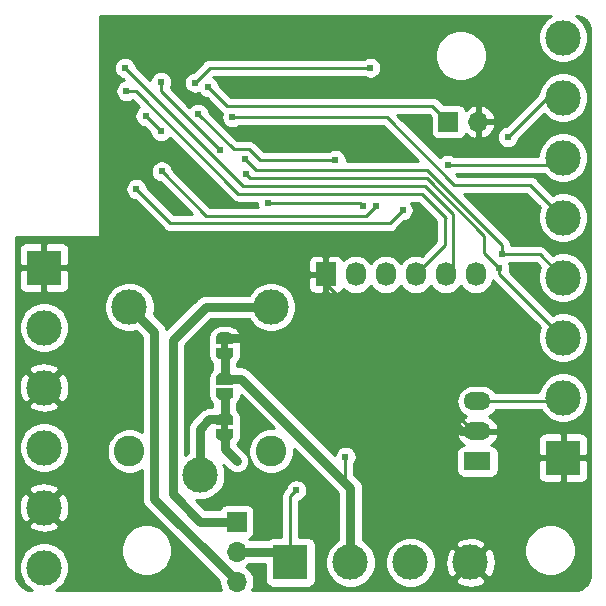
<source format=gbl>
G04 #@! TF.GenerationSoftware,KiCad,Pcbnew,(5.1.5-0-10_14)*
G04 #@! TF.CreationDate,2020-07-18T00:58:46+01:00*
G04 #@! TF.ProjectId,onyx_robot,6f6e7978-5f72-46f6-926f-742e6b696361,rev?*
G04 #@! TF.SameCoordinates,Original*
G04 #@! TF.FileFunction,Copper,L2,Bot*
G04 #@! TF.FilePolarity,Positive*
%FSLAX46Y46*%
G04 Gerber Fmt 4.6, Leading zero omitted, Abs format (unit mm)*
G04 Created by KiCad (PCBNEW (5.1.5-0-10_14)) date 2020-07-18 00:58:46*
%MOMM*%
%LPD*%
G04 APERTURE LIST*
%ADD10C,0.100000*%
%ADD11O,1.700000X1.700000*%
%ADD12R,1.700000X1.700000*%
%ADD13R,3.000000X3.000000*%
%ADD14C,3.000000*%
%ADD15C,2.600000*%
%ADD16O,2.300000X1.500000*%
%ADD17R,2.300000X1.500000*%
%ADD18R,1.727200X2.032000*%
%ADD19O,1.727200X2.032000*%
%ADD20C,0.609600*%
%ADD21C,0.800000*%
%ADD22C,0.254000*%
G04 APERTURE END LIST*
D10*
G36*
X63047600Y-75764200D02*
G01*
X63047600Y-75264200D01*
X63647600Y-75264200D01*
X63647600Y-75764200D01*
X63047600Y-75764200D01*
G37*
G36*
X63047600Y-68895800D02*
G01*
X63047600Y-68395800D01*
X63647600Y-68395800D01*
X63647600Y-68895800D01*
X63047600Y-68895800D01*
G37*
G04 #@! TA.AperFunction,SMDPad,CuDef*
G36*
X62597600Y-75364200D02*
G01*
X62597600Y-74864200D01*
X62598202Y-74864200D01*
X62598202Y-74839666D01*
X62603012Y-74790835D01*
X62612584Y-74742710D01*
X62626828Y-74695755D01*
X62645605Y-74650422D01*
X62668736Y-74607149D01*
X62695996Y-74566350D01*
X62727124Y-74528421D01*
X62761821Y-74493724D01*
X62799750Y-74462596D01*
X62840549Y-74435336D01*
X62883822Y-74412205D01*
X62929155Y-74393428D01*
X62976110Y-74379184D01*
X63024235Y-74369612D01*
X63073066Y-74364802D01*
X63097600Y-74364802D01*
X63097600Y-74364200D01*
X63597600Y-74364200D01*
X63597600Y-74364802D01*
X63622134Y-74364802D01*
X63670965Y-74369612D01*
X63719090Y-74379184D01*
X63766045Y-74393428D01*
X63811378Y-74412205D01*
X63854651Y-74435336D01*
X63895450Y-74462596D01*
X63933379Y-74493724D01*
X63968076Y-74528421D01*
X63999204Y-74566350D01*
X64026464Y-74607149D01*
X64049595Y-74650422D01*
X64068372Y-74695755D01*
X64082616Y-74742710D01*
X64092188Y-74790835D01*
X64096998Y-74839666D01*
X64096998Y-74864200D01*
X64097600Y-74864200D01*
X64097600Y-75364200D01*
X62597600Y-75364200D01*
G37*
G04 #@! TD.AperFunction*
G04 #@! TA.AperFunction,SMDPad,CuDef*
G36*
X64096998Y-76164200D02*
G01*
X64096998Y-76188734D01*
X64092188Y-76237565D01*
X64082616Y-76285690D01*
X64068372Y-76332645D01*
X64049595Y-76377978D01*
X64026464Y-76421251D01*
X63999204Y-76462050D01*
X63968076Y-76499979D01*
X63933379Y-76534676D01*
X63895450Y-76565804D01*
X63854651Y-76593064D01*
X63811378Y-76616195D01*
X63766045Y-76634972D01*
X63719090Y-76649216D01*
X63670965Y-76658788D01*
X63622134Y-76663598D01*
X63597600Y-76663598D01*
X63597600Y-76664200D01*
X63097600Y-76664200D01*
X63097600Y-76663598D01*
X63073066Y-76663598D01*
X63024235Y-76658788D01*
X62976110Y-76649216D01*
X62929155Y-76634972D01*
X62883822Y-76616195D01*
X62840549Y-76593064D01*
X62799750Y-76565804D01*
X62761821Y-76534676D01*
X62727124Y-76499979D01*
X62695996Y-76462050D01*
X62668736Y-76421251D01*
X62645605Y-76377978D01*
X62626828Y-76332645D01*
X62612584Y-76285690D01*
X62603012Y-76237565D01*
X62598202Y-76188734D01*
X62598202Y-76164200D01*
X62597600Y-76164200D01*
X62597600Y-75664200D01*
X64097600Y-75664200D01*
X64097600Y-76164200D01*
X64096998Y-76164200D01*
G37*
G04 #@! TD.AperFunction*
G04 #@! TA.AperFunction,SMDPad,CuDef*
G36*
X64096998Y-72724800D02*
G01*
X64096998Y-72749334D01*
X64092188Y-72798165D01*
X64082616Y-72846290D01*
X64068372Y-72893245D01*
X64049595Y-72938578D01*
X64026464Y-72981851D01*
X63999204Y-73022650D01*
X63968076Y-73060579D01*
X63933379Y-73095276D01*
X63895450Y-73126404D01*
X63854651Y-73153664D01*
X63811378Y-73176795D01*
X63766045Y-73195572D01*
X63719090Y-73209816D01*
X63670965Y-73219388D01*
X63622134Y-73224198D01*
X63597600Y-73224198D01*
X63597600Y-73224800D01*
X63097600Y-73224800D01*
X63097600Y-73224198D01*
X63073066Y-73224198D01*
X63024235Y-73219388D01*
X62976110Y-73209816D01*
X62929155Y-73195572D01*
X62883822Y-73176795D01*
X62840549Y-73153664D01*
X62799750Y-73126404D01*
X62761821Y-73095276D01*
X62727124Y-73060579D01*
X62695996Y-73022650D01*
X62668736Y-72981851D01*
X62645605Y-72938578D01*
X62626828Y-72893245D01*
X62612584Y-72846290D01*
X62603012Y-72798165D01*
X62598202Y-72749334D01*
X62598202Y-72724800D01*
X62597600Y-72724800D01*
X62597600Y-72224800D01*
X64097600Y-72224800D01*
X64097600Y-72724800D01*
X64096998Y-72724800D01*
G37*
G04 #@! TD.AperFunction*
G04 #@! TA.AperFunction,SMDPad,CuDef*
G36*
X62597600Y-71924800D02*
G01*
X62597600Y-71424800D01*
X62598202Y-71424800D01*
X62598202Y-71400266D01*
X62603012Y-71351435D01*
X62612584Y-71303310D01*
X62626828Y-71256355D01*
X62645605Y-71211022D01*
X62668736Y-71167749D01*
X62695996Y-71126950D01*
X62727124Y-71089021D01*
X62761821Y-71054324D01*
X62799750Y-71023196D01*
X62840549Y-70995936D01*
X62883822Y-70972805D01*
X62929155Y-70954028D01*
X62976110Y-70939784D01*
X63024235Y-70930212D01*
X63073066Y-70925402D01*
X63097600Y-70925402D01*
X63097600Y-70924800D01*
X63597600Y-70924800D01*
X63597600Y-70925402D01*
X63622134Y-70925402D01*
X63670965Y-70930212D01*
X63719090Y-70939784D01*
X63766045Y-70954028D01*
X63811378Y-70972805D01*
X63854651Y-70995936D01*
X63895450Y-71023196D01*
X63933379Y-71054324D01*
X63968076Y-71089021D01*
X63999204Y-71126950D01*
X64026464Y-71167749D01*
X64049595Y-71211022D01*
X64068372Y-71256355D01*
X64082616Y-71303310D01*
X64092188Y-71351435D01*
X64096998Y-71400266D01*
X64096998Y-71424800D01*
X64097600Y-71424800D01*
X64097600Y-71924800D01*
X62597600Y-71924800D01*
G37*
G04 #@! TD.AperFunction*
G04 #@! TA.AperFunction,SMDPad,CuDef*
G36*
X62597600Y-68495800D02*
G01*
X62597600Y-67995800D01*
X62598202Y-67995800D01*
X62598202Y-67971266D01*
X62603012Y-67922435D01*
X62612584Y-67874310D01*
X62626828Y-67827355D01*
X62645605Y-67782022D01*
X62668736Y-67738749D01*
X62695996Y-67697950D01*
X62727124Y-67660021D01*
X62761821Y-67625324D01*
X62799750Y-67594196D01*
X62840549Y-67566936D01*
X62883822Y-67543805D01*
X62929155Y-67525028D01*
X62976110Y-67510784D01*
X63024235Y-67501212D01*
X63073066Y-67496402D01*
X63097600Y-67496402D01*
X63097600Y-67495800D01*
X63597600Y-67495800D01*
X63597600Y-67496402D01*
X63622134Y-67496402D01*
X63670965Y-67501212D01*
X63719090Y-67510784D01*
X63766045Y-67525028D01*
X63811378Y-67543805D01*
X63854651Y-67566936D01*
X63895450Y-67594196D01*
X63933379Y-67625324D01*
X63968076Y-67660021D01*
X63999204Y-67697950D01*
X64026464Y-67738749D01*
X64049595Y-67782022D01*
X64068372Y-67827355D01*
X64082616Y-67874310D01*
X64092188Y-67922435D01*
X64096998Y-67971266D01*
X64096998Y-67995800D01*
X64097600Y-67995800D01*
X64097600Y-68495800D01*
X62597600Y-68495800D01*
G37*
G04 #@! TD.AperFunction*
G04 #@! TA.AperFunction,SMDPad,CuDef*
G36*
X64096998Y-69295800D02*
G01*
X64096998Y-69320334D01*
X64092188Y-69369165D01*
X64082616Y-69417290D01*
X64068372Y-69464245D01*
X64049595Y-69509578D01*
X64026464Y-69552851D01*
X63999204Y-69593650D01*
X63968076Y-69631579D01*
X63933379Y-69666276D01*
X63895450Y-69697404D01*
X63854651Y-69724664D01*
X63811378Y-69747795D01*
X63766045Y-69766572D01*
X63719090Y-69780816D01*
X63670965Y-69790388D01*
X63622134Y-69795198D01*
X63597600Y-69795198D01*
X63597600Y-69795800D01*
X63097600Y-69795800D01*
X63097600Y-69795198D01*
X63073066Y-69795198D01*
X63024235Y-69790388D01*
X62976110Y-69780816D01*
X62929155Y-69766572D01*
X62883822Y-69747795D01*
X62840549Y-69724664D01*
X62799750Y-69697404D01*
X62761821Y-69666276D01*
X62727124Y-69631579D01*
X62695996Y-69593650D01*
X62668736Y-69552851D01*
X62645605Y-69509578D01*
X62626828Y-69464245D01*
X62612584Y-69417290D01*
X62603012Y-69369165D01*
X62598202Y-69320334D01*
X62598202Y-69295800D01*
X62597600Y-69295800D01*
X62597600Y-68795800D01*
X64097600Y-68795800D01*
X64097600Y-69295800D01*
X64096998Y-69295800D01*
G37*
G04 #@! TD.AperFunction*
D11*
X84836000Y-49657000D03*
D12*
X82296000Y-49657000D03*
D11*
X64389000Y-88595200D03*
X64389000Y-86055200D03*
D12*
X64389000Y-83515200D03*
D13*
X48056800Y-62011560D03*
D14*
X48056800Y-67091560D03*
X48056800Y-72171560D03*
X48056800Y-77251560D03*
X48056800Y-82331560D03*
X48056800Y-87411560D03*
X61290000Y-79560000D03*
D15*
X67290000Y-77560000D03*
X55290000Y-77560000D03*
D14*
X67290000Y-65360000D03*
X55290000Y-65360000D03*
D16*
X84760000Y-73340000D03*
X84760000Y-75880000D03*
D17*
X84760000Y-78420000D03*
D13*
X92011500Y-78105000D03*
D14*
X92011500Y-73025000D03*
X92011500Y-67945000D03*
X92011500Y-62865000D03*
X92011500Y-57785000D03*
X92011500Y-52705000D03*
X92011500Y-47625000D03*
X92011500Y-42545000D03*
D18*
X71917180Y-62586480D03*
D19*
X74457180Y-62586480D03*
X76997180Y-62586480D03*
X79537180Y-62586480D03*
X82077180Y-62586480D03*
X84617180Y-62586480D03*
D13*
X68927600Y-86978100D03*
D14*
X74007600Y-86978100D03*
X79087600Y-86978100D03*
X84167600Y-86978100D03*
D20*
X63576200Y-77571600D03*
X64389000Y-78384400D03*
X69723000Y-42293000D03*
X70866000Y-42293000D03*
X61968000Y-46731800D03*
X57980200Y-46300000D03*
X62933200Y-52040400D03*
X56659400Y-49170200D03*
X57954800Y-50465600D03*
X61104400Y-48979700D03*
X72732900Y-52920900D03*
X82240000Y-53320000D03*
X87325200Y-50952400D03*
X54906800Y-45106200D03*
X55033800Y-47074700D03*
X67022600Y-56536200D03*
X75041380Y-56795280D03*
X76136120Y-56818140D03*
X58025920Y-53874280D03*
X55880000Y-55372000D03*
X78422120Y-57150880D03*
X60833000Y-46355000D03*
X75692000Y-45085000D03*
X65143000Y-54072400D03*
X86614000Y-62077600D03*
X65066800Y-52802400D03*
X86837023Y-60886680D03*
X64000000Y-49271800D03*
X73583800Y-78054200D03*
X69418200Y-80873600D03*
D21*
X63347600Y-76164200D02*
X63347600Y-77343000D01*
X63347600Y-77343000D02*
X63576200Y-77571600D01*
X63576200Y-77571600D02*
X64389000Y-78384400D01*
D22*
X48056800Y-72171560D02*
X51728140Y-75842900D01*
X51728140Y-75842900D02*
X51981100Y-75842900D01*
X51981100Y-86002900D02*
X52770000Y-86002900D01*
X53526300Y-85246600D02*
X53526300Y-80628100D01*
X52770000Y-86002900D02*
X53526300Y-85246600D01*
X48056800Y-82331560D02*
X51728140Y-86002900D01*
X51728140Y-86002900D02*
X51981100Y-86002900D01*
X53526300Y-80628100D02*
X52730400Y-79832200D01*
X52730400Y-79832200D02*
X52730400Y-75831700D01*
X48056800Y-62011560D02*
X52730400Y-62011560D01*
X52768500Y-62001400D02*
X52730400Y-62001400D01*
X52740560Y-62001400D02*
X52768500Y-62001400D01*
X52730400Y-62011560D02*
X52740560Y-62001400D01*
X51728140Y-75842900D02*
X51981100Y-75842900D01*
X51981100Y-75842900D02*
X52730400Y-75842900D01*
X52730400Y-75842900D02*
X52719200Y-75831700D01*
X52719200Y-75831700D02*
X52628800Y-75831700D01*
X52628800Y-75831700D02*
X52730400Y-75831700D01*
X52641500Y-65697100D02*
X52730400Y-65697100D01*
X52730400Y-65695600D02*
X52728900Y-65697100D01*
X52728900Y-65697100D02*
X52641500Y-65697100D01*
X52730400Y-75831700D02*
X52730400Y-72910700D01*
X52730400Y-72910700D02*
X52730400Y-65697100D01*
X52730400Y-65697100D02*
X52730400Y-62814200D01*
X52730400Y-62814200D02*
X52730400Y-62001400D01*
X52730400Y-62001400D02*
X52730400Y-59791600D01*
X52959000Y-59563000D02*
X52730400Y-59791600D01*
X92011500Y-78105000D02*
X88762840Y-78105000D01*
X88762840Y-78105000D02*
X86217760Y-80650080D01*
X84167600Y-86978100D02*
X86217760Y-84927940D01*
X86217760Y-84927940D02*
X86217760Y-80650080D01*
X52959000Y-59563000D02*
X52959000Y-59563000D01*
X52959000Y-59563000D02*
X52959000Y-43434000D01*
X52959000Y-43434000D02*
X54100000Y-42293000D01*
X54100000Y-42293000D02*
X69723000Y-42293000D01*
X69723000Y-42293000D02*
X69723000Y-42291000D01*
X70866000Y-42293000D02*
X70866000Y-42291000D01*
X92011500Y-78105000D02*
X88595000Y-78105000D01*
X86370000Y-75880000D02*
X84760000Y-75880000D01*
X88595000Y-78105000D02*
X86370000Y-75880000D01*
X84360000Y-75880000D02*
X84760000Y-75880000D01*
X71917180Y-62586480D02*
X71917180Y-63437180D01*
X71917180Y-63437180D02*
X84360000Y-75880000D01*
D21*
X64095192Y-67995800D02*
X63347600Y-67995800D01*
X84760000Y-75880000D02*
X83356000Y-75880000D01*
X83356000Y-75880000D02*
X75471800Y-67995800D01*
X75471800Y-67995800D02*
X64095192Y-67995800D01*
D22*
X82296000Y-49657000D02*
X80945600Y-48306600D01*
X63542800Y-48306600D02*
X61968000Y-46731800D01*
X80945600Y-48306600D02*
X63542800Y-48306600D01*
X57980200Y-47062000D02*
X57980200Y-46300000D01*
X62958600Y-52040400D02*
X57980200Y-47062000D01*
X62933200Y-52040400D02*
X62958600Y-52040400D01*
X48056800Y-67091560D02*
X48060840Y-67095600D01*
X57954800Y-50465600D02*
X56659400Y-49170200D01*
X61104400Y-48979700D02*
X64127000Y-52002300D01*
X64127000Y-52002300D02*
X65447800Y-52002300D01*
X65447800Y-52002300D02*
X66387600Y-52942100D01*
X66387600Y-52942100D02*
X72732900Y-52920900D01*
X82240000Y-53320000D02*
X91396500Y-53320000D01*
X91396500Y-53320000D02*
X92011500Y-52705000D01*
X90652600Y-47625000D02*
X92011500Y-47625000D01*
X87325200Y-50952400D02*
X90652600Y-47625000D01*
X82077180Y-62586480D02*
X82702020Y-61961640D01*
X82702020Y-61961640D02*
X82702020Y-57458220D01*
X82719800Y-57476000D02*
X82702020Y-57458220D01*
X82702020Y-57458220D02*
X80332200Y-55088400D01*
X80332200Y-55088400D02*
X64889000Y-55088400D01*
X64889000Y-55088400D02*
X54906800Y-45106200D01*
X79537180Y-62586480D02*
X82031460Y-60092200D01*
X82031460Y-60092200D02*
X82031460Y-57752860D01*
X64508000Y-55753000D02*
X80031600Y-55753000D01*
X80031600Y-55753000D02*
X82031460Y-57752860D01*
X82031460Y-57752860D02*
X82059400Y-57780800D01*
X64508000Y-55753000D02*
X55829700Y-47074700D01*
X55829700Y-47074700D02*
X55033800Y-47074700D01*
X64508000Y-55753000D02*
X64516000Y-55753000D01*
X67022600Y-56536200D02*
X74782300Y-56536200D01*
X74782300Y-56536200D02*
X75041380Y-56795280D01*
X76136120Y-56818140D02*
X75308080Y-57646180D01*
X75308080Y-57646180D02*
X61797820Y-57646180D01*
X61797820Y-57646180D02*
X58025920Y-53874280D01*
X58763780Y-58255780D02*
X55880000Y-55372000D01*
X77317220Y-58255780D02*
X58763780Y-58255780D01*
X78422120Y-57150880D02*
X77317220Y-58255780D01*
X75692000Y-45085000D02*
X62103000Y-45085000D01*
X62103000Y-45085000D02*
X60833000Y-46355000D01*
X65524000Y-54453400D02*
X80467200Y-54453400D01*
X80467200Y-54453400D02*
X80484600Y-54453400D01*
X65143000Y-54072400D02*
X65524000Y-54453400D01*
X85318598Y-60782198D02*
X86309201Y-61772801D01*
X86309201Y-61772801D02*
X86614000Y-62077600D01*
X85318598Y-59304798D02*
X85318598Y-60782198D01*
X86614000Y-62547500D02*
X86614000Y-62077600D01*
X80467200Y-54453400D02*
X85318598Y-59304798D01*
X92011500Y-67945000D02*
X86614000Y-62547500D01*
X86837023Y-60066171D02*
X86837023Y-60455628D01*
X65066800Y-52802400D02*
X66006600Y-53742200D01*
X86837023Y-60455628D02*
X86837023Y-60886680D01*
X90033180Y-60886680D02*
X87268075Y-60886680D01*
X80513052Y-53742200D02*
X86837023Y-60066171D01*
X92011500Y-62865000D02*
X90033180Y-60886680D01*
X87268075Y-60886680D02*
X86837023Y-60886680D01*
X66006600Y-53742200D02*
X80513052Y-53742200D01*
X82809200Y-55000000D02*
X77081000Y-49271800D01*
X92011500Y-57785000D02*
X89226500Y-55000000D01*
X89226500Y-55000000D02*
X82809200Y-55000000D01*
X77081000Y-49271800D02*
X64000000Y-49271800D01*
X91696500Y-73340000D02*
X92011500Y-73025000D01*
X84760000Y-73340000D02*
X91696500Y-73340000D01*
D21*
X63539001Y-87745201D02*
X64389000Y-88595200D01*
X57404000Y-81610200D02*
X63539001Y-87745201D01*
X57404000Y-67474000D02*
X57404000Y-81610200D01*
X55290000Y-65360000D02*
X57404000Y-67474000D01*
X63285000Y-83515200D02*
X64389000Y-83515200D01*
X58953400Y-68173600D02*
X58953400Y-81178400D01*
X61290200Y-83515200D02*
X63285000Y-83515200D01*
X61767000Y-65360000D02*
X58953400Y-68173600D01*
X58953400Y-81178400D02*
X61290200Y-83515200D01*
X67290000Y-65360000D02*
X61767000Y-65360000D01*
X63347600Y-69295800D02*
X63347600Y-71424800D01*
X64770000Y-71424800D02*
X63347600Y-71424800D01*
X74007600Y-80662400D02*
X64770000Y-71424800D01*
X74007600Y-86978100D02*
X74007600Y-80662400D01*
D22*
X73583800Y-80238600D02*
X74007600Y-80662400D01*
X73583800Y-78054200D02*
X73583800Y-80238600D01*
D21*
X68004700Y-86055200D02*
X68927600Y-86978100D01*
X64389000Y-86055200D02*
X68004700Y-86055200D01*
D22*
X68927600Y-81364200D02*
X68927600Y-86978100D01*
X69418200Y-80873600D02*
X68927600Y-81364200D01*
D21*
X63347600Y-72724800D02*
X63347600Y-74864200D01*
X61290000Y-75641400D02*
X61290000Y-77438680D01*
X61290000Y-77438680D02*
X61290000Y-79560000D01*
X62067200Y-74864200D02*
X61290000Y-75641400D01*
X63347600Y-74864200D02*
X62067200Y-74864200D01*
D22*
G36*
X90650517Y-40886637D02*
G01*
X90353137Y-41184017D01*
X90119488Y-41533698D01*
X89958547Y-41922244D01*
X89876500Y-42334721D01*
X89876500Y-42755279D01*
X89958547Y-43167756D01*
X90119488Y-43556302D01*
X90353137Y-43905983D01*
X90650517Y-44203363D01*
X91000198Y-44437012D01*
X91388744Y-44597953D01*
X91801221Y-44680000D01*
X92221779Y-44680000D01*
X92634256Y-44597953D01*
X93022802Y-44437012D01*
X93372483Y-44203363D01*
X93669863Y-43905983D01*
X93903512Y-43556302D01*
X94064453Y-43167756D01*
X94146500Y-42755279D01*
X94146500Y-42334721D01*
X94064453Y-41922244D01*
X93903512Y-41533698D01*
X93669863Y-41184017D01*
X93372483Y-40886637D01*
X93088635Y-40696976D01*
X93254782Y-40713267D01*
X93499855Y-40787259D01*
X93725890Y-40907443D01*
X93924281Y-41069248D01*
X94087460Y-41266497D01*
X94209220Y-41491687D01*
X94284924Y-41736247D01*
X94315000Y-42022398D01*
X94315001Y-87966484D01*
X94286733Y-88254782D01*
X94212741Y-88499855D01*
X94092554Y-88725893D01*
X93930754Y-88924279D01*
X93733503Y-89087460D01*
X93508310Y-89209221D01*
X93263753Y-89284924D01*
X92977602Y-89315000D01*
X65694039Y-89315000D01*
X65704990Y-89298611D01*
X65816932Y-89028358D01*
X65874000Y-88741460D01*
X65874000Y-88448940D01*
X65816932Y-88162042D01*
X65704990Y-87891789D01*
X65542475Y-87648568D01*
X65335632Y-87441725D01*
X65161240Y-87325200D01*
X65335632Y-87208675D01*
X65454107Y-87090200D01*
X66789528Y-87090200D01*
X66789528Y-88478100D01*
X66801788Y-88602582D01*
X66838098Y-88722280D01*
X66897063Y-88832594D01*
X66976415Y-88929285D01*
X67073106Y-89008637D01*
X67183420Y-89067602D01*
X67303118Y-89103912D01*
X67427600Y-89116172D01*
X70427600Y-89116172D01*
X70552082Y-89103912D01*
X70671780Y-89067602D01*
X70782094Y-89008637D01*
X70878785Y-88929285D01*
X70958137Y-88832594D01*
X71017102Y-88722280D01*
X71053412Y-88602582D01*
X71065672Y-88478100D01*
X71065672Y-85478100D01*
X71053412Y-85353618D01*
X71017102Y-85233920D01*
X70958137Y-85123606D01*
X70878785Y-85026915D01*
X70782094Y-84947563D01*
X70671780Y-84888598D01*
X70552082Y-84852288D01*
X70427600Y-84840028D01*
X69689600Y-84840028D01*
X69689600Y-81777827D01*
X69692329Y-81777284D01*
X69863362Y-81706440D01*
X70017287Y-81603590D01*
X70148190Y-81472687D01*
X70251040Y-81318762D01*
X70321884Y-81147729D01*
X70358000Y-80966162D01*
X70358000Y-80781038D01*
X70321884Y-80599471D01*
X70251040Y-80428438D01*
X70148190Y-80274513D01*
X70017287Y-80143610D01*
X69863362Y-80040760D01*
X69692329Y-79969916D01*
X69510762Y-79933800D01*
X69325638Y-79933800D01*
X69144071Y-79969916D01*
X68973038Y-80040760D01*
X68819113Y-80143610D01*
X68688210Y-80274513D01*
X68585360Y-80428438D01*
X68514516Y-80599471D01*
X68489640Y-80724530D01*
X68415254Y-80798916D01*
X68386178Y-80822778D01*
X68344469Y-80873601D01*
X68290955Y-80938808D01*
X68255957Y-81004286D01*
X68220198Y-81071186D01*
X68176626Y-81214823D01*
X68168331Y-81299045D01*
X68161914Y-81364200D01*
X68165600Y-81401623D01*
X68165601Y-84840028D01*
X67427600Y-84840028D01*
X67303118Y-84852288D01*
X67183420Y-84888598D01*
X67073106Y-84947563D01*
X66984597Y-85020200D01*
X65454107Y-85020200D01*
X65410620Y-84976713D01*
X65483180Y-84954702D01*
X65593494Y-84895737D01*
X65690185Y-84816385D01*
X65769537Y-84719694D01*
X65828502Y-84609380D01*
X65864812Y-84489682D01*
X65877072Y-84365200D01*
X65877072Y-82665200D01*
X65864812Y-82540718D01*
X65828502Y-82421020D01*
X65769537Y-82310706D01*
X65690185Y-82214015D01*
X65593494Y-82134663D01*
X65483180Y-82075698D01*
X65363482Y-82039388D01*
X65239000Y-82027128D01*
X63539000Y-82027128D01*
X63414518Y-82039388D01*
X63294820Y-82075698D01*
X63184506Y-82134663D01*
X63087815Y-82214015D01*
X63008463Y-82310706D01*
X62949498Y-82421020D01*
X62931546Y-82480200D01*
X61718911Y-82480200D01*
X60897456Y-81658745D01*
X61079721Y-81695000D01*
X61500279Y-81695000D01*
X61912756Y-81612953D01*
X62301302Y-81452012D01*
X62650983Y-81218363D01*
X62948363Y-80920983D01*
X63182012Y-80571302D01*
X63342953Y-80182756D01*
X63425000Y-79770279D01*
X63425000Y-79349721D01*
X63342953Y-78937244D01*
X63247366Y-78706476D01*
X63693092Y-79152203D01*
X63811202Y-79249134D01*
X63991006Y-79345240D01*
X64186105Y-79404423D01*
X64389000Y-79424407D01*
X64591895Y-79404423D01*
X64786993Y-79345240D01*
X64966797Y-79249134D01*
X65124396Y-79119796D01*
X65253734Y-78962197D01*
X65349840Y-78782393D01*
X65409023Y-78587295D01*
X65429007Y-78384400D01*
X65409023Y-78181505D01*
X65349840Y-77986406D01*
X65253734Y-77806602D01*
X65156803Y-77688492D01*
X64418091Y-76949781D01*
X64435290Y-76932582D01*
X64514642Y-76835891D01*
X64569098Y-76754392D01*
X64628064Y-76644075D01*
X64665573Y-76553519D01*
X64701882Y-76433823D01*
X64721004Y-76337690D01*
X64733264Y-76213209D01*
X64733264Y-76188650D01*
X64735672Y-76164200D01*
X64735672Y-75664200D01*
X64723412Y-75539718D01*
X64715671Y-75514200D01*
X64723412Y-75488682D01*
X64735672Y-75364200D01*
X64735672Y-74864200D01*
X64733264Y-74839750D01*
X64733264Y-74815191D01*
X64721004Y-74690710D01*
X64701882Y-74594577D01*
X64665573Y-74474881D01*
X64628064Y-74384325D01*
X64569098Y-74274008D01*
X64514642Y-74192509D01*
X64435290Y-74095818D01*
X64382600Y-74043128D01*
X64382600Y-73545872D01*
X64435290Y-73493182D01*
X64514642Y-73396491D01*
X64569098Y-73314992D01*
X64628064Y-73204675D01*
X64665573Y-73114119D01*
X64701882Y-72994423D01*
X64721004Y-72898290D01*
X64726274Y-72844784D01*
X67512923Y-75631433D01*
X67480581Y-75625000D01*
X67099419Y-75625000D01*
X66725581Y-75699361D01*
X66373434Y-75845225D01*
X66056509Y-76056987D01*
X65786987Y-76326509D01*
X65575225Y-76643434D01*
X65429361Y-76995581D01*
X65355000Y-77369419D01*
X65355000Y-77750581D01*
X65429361Y-78124419D01*
X65575225Y-78476566D01*
X65786987Y-78793491D01*
X66056509Y-79063013D01*
X66373434Y-79274775D01*
X66725581Y-79420639D01*
X67099419Y-79495000D01*
X67480581Y-79495000D01*
X67854419Y-79420639D01*
X68206566Y-79274775D01*
X68523491Y-79063013D01*
X68793013Y-78793491D01*
X69004775Y-78476566D01*
X69150639Y-78124419D01*
X69225000Y-77750581D01*
X69225000Y-77369419D01*
X69218567Y-77337077D01*
X72972601Y-81091112D01*
X72972600Y-85101922D01*
X72646617Y-85319737D01*
X72349237Y-85617117D01*
X72115588Y-85966798D01*
X71954647Y-86355344D01*
X71872600Y-86767821D01*
X71872600Y-87188379D01*
X71954647Y-87600856D01*
X72115588Y-87989402D01*
X72349237Y-88339083D01*
X72646617Y-88636463D01*
X72996298Y-88870112D01*
X73384844Y-89031053D01*
X73797321Y-89113100D01*
X74217879Y-89113100D01*
X74630356Y-89031053D01*
X75018902Y-88870112D01*
X75368583Y-88636463D01*
X75665963Y-88339083D01*
X75899612Y-87989402D01*
X76060553Y-87600856D01*
X76142600Y-87188379D01*
X76142600Y-86767821D01*
X76952600Y-86767821D01*
X76952600Y-87188379D01*
X77034647Y-87600856D01*
X77195588Y-87989402D01*
X77429237Y-88339083D01*
X77726617Y-88636463D01*
X78076298Y-88870112D01*
X78464844Y-89031053D01*
X78877321Y-89113100D01*
X79297879Y-89113100D01*
X79710356Y-89031053D01*
X80098902Y-88870112D01*
X80448583Y-88636463D01*
X80615293Y-88469753D01*
X82855552Y-88469753D01*
X83011562Y-88785314D01*
X83386345Y-88976120D01*
X83791151Y-89090144D01*
X84210424Y-89123002D01*
X84628051Y-89073434D01*
X85027983Y-88943343D01*
X85323638Y-88785314D01*
X85479648Y-88469753D01*
X84167600Y-87157705D01*
X82855552Y-88469753D01*
X80615293Y-88469753D01*
X80745963Y-88339083D01*
X80979612Y-87989402D01*
X81140553Y-87600856D01*
X81222600Y-87188379D01*
X81222600Y-87020924D01*
X82022698Y-87020924D01*
X82072266Y-87438551D01*
X82202357Y-87838483D01*
X82360386Y-88134138D01*
X82675947Y-88290148D01*
X83987995Y-86978100D01*
X84347205Y-86978100D01*
X85659253Y-88290148D01*
X85974814Y-88134138D01*
X86165620Y-87759355D01*
X86279644Y-87354549D01*
X86312502Y-86935276D01*
X86262934Y-86517649D01*
X86132843Y-86117717D01*
X85974814Y-85822062D01*
X85797088Y-85734196D01*
X88726300Y-85734196D01*
X88726300Y-86164604D01*
X88810269Y-86586741D01*
X88974978Y-86984385D01*
X89214100Y-87342256D01*
X89518444Y-87646600D01*
X89876315Y-87885722D01*
X90273959Y-88050431D01*
X90696096Y-88134400D01*
X91126504Y-88134400D01*
X91548641Y-88050431D01*
X91946285Y-87885722D01*
X92304156Y-87646600D01*
X92608500Y-87342256D01*
X92847622Y-86984385D01*
X93012331Y-86586741D01*
X93096300Y-86164604D01*
X93096300Y-85734196D01*
X93012331Y-85312059D01*
X92847622Y-84914415D01*
X92608500Y-84556544D01*
X92304156Y-84252200D01*
X91946285Y-84013078D01*
X91548641Y-83848369D01*
X91126504Y-83764400D01*
X90696096Y-83764400D01*
X90273959Y-83848369D01*
X89876315Y-84013078D01*
X89518444Y-84252200D01*
X89214100Y-84556544D01*
X88974978Y-84914415D01*
X88810269Y-85312059D01*
X88726300Y-85734196D01*
X85797088Y-85734196D01*
X85659253Y-85666052D01*
X84347205Y-86978100D01*
X83987995Y-86978100D01*
X82675947Y-85666052D01*
X82360386Y-85822062D01*
X82169580Y-86196845D01*
X82055556Y-86601651D01*
X82022698Y-87020924D01*
X81222600Y-87020924D01*
X81222600Y-86767821D01*
X81140553Y-86355344D01*
X80979612Y-85966798D01*
X80745963Y-85617117D01*
X80615293Y-85486447D01*
X82855552Y-85486447D01*
X84167600Y-86798495D01*
X85479648Y-85486447D01*
X85323638Y-85170886D01*
X84948855Y-84980080D01*
X84544049Y-84866056D01*
X84124776Y-84833198D01*
X83707149Y-84882766D01*
X83307217Y-85012857D01*
X83011562Y-85170886D01*
X82855552Y-85486447D01*
X80615293Y-85486447D01*
X80448583Y-85319737D01*
X80098902Y-85086088D01*
X79710356Y-84925147D01*
X79297879Y-84843100D01*
X78877321Y-84843100D01*
X78464844Y-84925147D01*
X78076298Y-85086088D01*
X77726617Y-85319737D01*
X77429237Y-85617117D01*
X77195588Y-85966798D01*
X77034647Y-86355344D01*
X76952600Y-86767821D01*
X76142600Y-86767821D01*
X76060553Y-86355344D01*
X75899612Y-85966798D01*
X75665963Y-85617117D01*
X75368583Y-85319737D01*
X75042600Y-85101922D01*
X75042600Y-80713227D01*
X75047606Y-80662399D01*
X75042600Y-80611571D01*
X75042600Y-80611562D01*
X75027624Y-80459505D01*
X74968441Y-80264407D01*
X74899559Y-80135537D01*
X74872334Y-80084602D01*
X74775403Y-79966492D01*
X74742996Y-79927004D01*
X74703508Y-79894597D01*
X74345800Y-79536889D01*
X74345800Y-78605381D01*
X74416640Y-78499362D01*
X74487484Y-78328329D01*
X74523600Y-78146762D01*
X74523600Y-77961638D01*
X74487484Y-77780071D01*
X74441892Y-77670000D01*
X82971928Y-77670000D01*
X82971928Y-79170000D01*
X82984188Y-79294482D01*
X83020498Y-79414180D01*
X83079463Y-79524494D01*
X83158815Y-79621185D01*
X83255506Y-79700537D01*
X83365820Y-79759502D01*
X83485518Y-79795812D01*
X83610000Y-79808072D01*
X85910000Y-79808072D01*
X86034482Y-79795812D01*
X86154180Y-79759502D01*
X86264494Y-79700537D01*
X86361185Y-79621185D01*
X86374467Y-79605000D01*
X89873428Y-79605000D01*
X89885688Y-79729482D01*
X89921998Y-79849180D01*
X89980963Y-79959494D01*
X90060315Y-80056185D01*
X90157006Y-80135537D01*
X90267320Y-80194502D01*
X90387018Y-80230812D01*
X90511500Y-80243072D01*
X91725750Y-80240000D01*
X91884500Y-80081250D01*
X91884500Y-78232000D01*
X92138500Y-78232000D01*
X92138500Y-80081250D01*
X92297250Y-80240000D01*
X93511500Y-80243072D01*
X93635982Y-80230812D01*
X93755680Y-80194502D01*
X93865994Y-80135537D01*
X93962685Y-80056185D01*
X94042037Y-79959494D01*
X94101002Y-79849180D01*
X94137312Y-79729482D01*
X94149572Y-79605000D01*
X94146500Y-78390750D01*
X93987750Y-78232000D01*
X92138500Y-78232000D01*
X91884500Y-78232000D01*
X90035250Y-78232000D01*
X89876500Y-78390750D01*
X89873428Y-79605000D01*
X86374467Y-79605000D01*
X86440537Y-79524494D01*
X86499502Y-79414180D01*
X86535812Y-79294482D01*
X86548072Y-79170000D01*
X86548072Y-77670000D01*
X86535812Y-77545518D01*
X86499502Y-77425820D01*
X86440537Y-77315506D01*
X86361185Y-77218815D01*
X86264494Y-77139463D01*
X86154180Y-77080498D01*
X86034482Y-77044188D01*
X85925126Y-77033418D01*
X86035061Y-76961028D01*
X86229145Y-76769540D01*
X86340696Y-76605000D01*
X89873428Y-76605000D01*
X89876500Y-77819250D01*
X90035250Y-77978000D01*
X91884500Y-77978000D01*
X91884500Y-76128750D01*
X92138500Y-76128750D01*
X92138500Y-77978000D01*
X93987750Y-77978000D01*
X94146500Y-77819250D01*
X94149572Y-76605000D01*
X94137312Y-76480518D01*
X94101002Y-76360820D01*
X94042037Y-76250506D01*
X93962685Y-76153815D01*
X93865994Y-76074463D01*
X93755680Y-76015498D01*
X93635982Y-75979188D01*
X93511500Y-75966928D01*
X92297250Y-75970000D01*
X92138500Y-76128750D01*
X91884500Y-76128750D01*
X91725750Y-75970000D01*
X90511500Y-75966928D01*
X90387018Y-75979188D01*
X90267320Y-76015498D01*
X90157006Y-76074463D01*
X90060315Y-76153815D01*
X89980963Y-76250506D01*
X89921998Y-76360820D01*
X89885688Y-76480518D01*
X89873428Y-76605000D01*
X86340696Y-76605000D01*
X86382142Y-76543868D01*
X86488173Y-76292684D01*
X86502318Y-76221185D01*
X86379656Y-76007000D01*
X84887000Y-76007000D01*
X84887000Y-76027000D01*
X84633000Y-76027000D01*
X84633000Y-76007000D01*
X83140344Y-76007000D01*
X83017682Y-76221185D01*
X83031827Y-76292684D01*
X83137858Y-76543868D01*
X83290855Y-76769540D01*
X83484939Y-76961028D01*
X83594874Y-77033418D01*
X83485518Y-77044188D01*
X83365820Y-77080498D01*
X83255506Y-77139463D01*
X83158815Y-77218815D01*
X83079463Y-77315506D01*
X83020498Y-77425820D01*
X82984188Y-77545518D01*
X82971928Y-77670000D01*
X74441892Y-77670000D01*
X74416640Y-77609038D01*
X74313790Y-77455113D01*
X74182887Y-77324210D01*
X74028962Y-77221360D01*
X73857929Y-77150516D01*
X73676362Y-77114400D01*
X73491238Y-77114400D01*
X73309671Y-77150516D01*
X73138638Y-77221360D01*
X72984713Y-77324210D01*
X72853810Y-77455113D01*
X72750960Y-77609038D01*
X72680116Y-77780071D01*
X72664996Y-77856085D01*
X68148911Y-73340000D01*
X82968299Y-73340000D01*
X82995040Y-73611507D01*
X83074236Y-73872581D01*
X83202843Y-74113188D01*
X83375919Y-74324081D01*
X83586812Y-74497157D01*
X83802578Y-74612486D01*
X83712651Y-74649028D01*
X83484939Y-74798972D01*
X83290855Y-74990460D01*
X83137858Y-75216132D01*
X83031827Y-75467316D01*
X83017682Y-75538815D01*
X83140344Y-75753000D01*
X84633000Y-75753000D01*
X84633000Y-75733000D01*
X84887000Y-75733000D01*
X84887000Y-75753000D01*
X86379656Y-75753000D01*
X86502318Y-75538815D01*
X86488173Y-75467316D01*
X86382142Y-75216132D01*
X86229145Y-74990460D01*
X86035061Y-74798972D01*
X85807349Y-74649028D01*
X85717422Y-74612486D01*
X85933188Y-74497157D01*
X86144081Y-74324081D01*
X86317157Y-74113188D01*
X86323137Y-74102000D01*
X90163386Y-74102000D01*
X90353137Y-74385983D01*
X90650517Y-74683363D01*
X91000198Y-74917012D01*
X91388744Y-75077953D01*
X91801221Y-75160000D01*
X92221779Y-75160000D01*
X92634256Y-75077953D01*
X93022802Y-74917012D01*
X93372483Y-74683363D01*
X93669863Y-74385983D01*
X93903512Y-74036302D01*
X94064453Y-73647756D01*
X94146500Y-73235279D01*
X94146500Y-72814721D01*
X94064453Y-72402244D01*
X93903512Y-72013698D01*
X93669863Y-71664017D01*
X93372483Y-71366637D01*
X93022802Y-71132988D01*
X92634256Y-70972047D01*
X92221779Y-70890000D01*
X91801221Y-70890000D01*
X91388744Y-70972047D01*
X91000198Y-71132988D01*
X90650517Y-71366637D01*
X90353137Y-71664017D01*
X90119488Y-72013698D01*
X89958547Y-72402244D01*
X89923587Y-72578000D01*
X86323137Y-72578000D01*
X86317157Y-72566812D01*
X86144081Y-72355919D01*
X85933188Y-72182843D01*
X85692581Y-72054236D01*
X85431507Y-71975040D01*
X85228037Y-71955000D01*
X84291963Y-71955000D01*
X84088493Y-71975040D01*
X83827419Y-72054236D01*
X83586812Y-72182843D01*
X83375919Y-72355919D01*
X83202843Y-72566812D01*
X83074236Y-72807419D01*
X82995040Y-73068493D01*
X82968299Y-73340000D01*
X68148911Y-73340000D01*
X65537807Y-70728897D01*
X65505396Y-70689404D01*
X65347797Y-70560066D01*
X65167993Y-70463959D01*
X64972895Y-70404776D01*
X64820838Y-70389800D01*
X64820828Y-70389800D01*
X64770000Y-70384794D01*
X64719172Y-70389800D01*
X64382600Y-70389800D01*
X64382600Y-70116872D01*
X64435290Y-70064182D01*
X64514642Y-69967491D01*
X64569098Y-69885992D01*
X64628064Y-69775675D01*
X64665573Y-69685119D01*
X64701882Y-69565423D01*
X64721004Y-69469290D01*
X64733264Y-69344809D01*
X64733264Y-69320250D01*
X64735672Y-69295800D01*
X64735672Y-68795800D01*
X64723412Y-68671318D01*
X64715671Y-68645800D01*
X64723412Y-68620282D01*
X64735672Y-68495800D01*
X64735672Y-67995800D01*
X64733264Y-67971350D01*
X64733264Y-67946791D01*
X64721004Y-67822310D01*
X64701882Y-67726177D01*
X64665573Y-67606481D01*
X64628064Y-67515925D01*
X64569098Y-67405608D01*
X64514642Y-67324109D01*
X64435290Y-67227418D01*
X64365982Y-67158110D01*
X64269291Y-67078758D01*
X64187792Y-67024302D01*
X64077475Y-66965336D01*
X63986919Y-66927827D01*
X63867223Y-66891518D01*
X63771090Y-66872396D01*
X63646609Y-66860136D01*
X63622050Y-66860136D01*
X63597600Y-66857728D01*
X63097600Y-66857728D01*
X63073150Y-66860136D01*
X63048591Y-66860136D01*
X62924110Y-66872396D01*
X62827977Y-66891518D01*
X62708281Y-66927827D01*
X62617725Y-66965336D01*
X62507408Y-67024302D01*
X62425909Y-67078758D01*
X62329218Y-67158110D01*
X62259910Y-67227418D01*
X62180558Y-67324109D01*
X62126102Y-67405608D01*
X62067136Y-67515925D01*
X62029627Y-67606481D01*
X61993318Y-67726177D01*
X61974196Y-67822310D01*
X61961936Y-67946791D01*
X61961936Y-67971350D01*
X61959528Y-67995800D01*
X61959528Y-68495800D01*
X61971788Y-68620282D01*
X61979529Y-68645800D01*
X61971788Y-68671318D01*
X61959528Y-68795800D01*
X61959528Y-69295800D01*
X61961936Y-69320250D01*
X61961936Y-69344809D01*
X61974196Y-69469290D01*
X61993318Y-69565423D01*
X62029627Y-69685119D01*
X62067136Y-69775675D01*
X62126102Y-69885992D01*
X62180558Y-69967491D01*
X62259910Y-70064182D01*
X62312600Y-70116872D01*
X62312601Y-70603727D01*
X62259910Y-70656418D01*
X62180558Y-70753109D01*
X62126102Y-70834608D01*
X62067136Y-70944925D01*
X62029627Y-71035481D01*
X61993318Y-71155177D01*
X61974196Y-71251310D01*
X61961936Y-71375791D01*
X61961936Y-71400350D01*
X61959528Y-71424800D01*
X61959528Y-71924800D01*
X61971788Y-72049282D01*
X61979529Y-72074800D01*
X61971788Y-72100318D01*
X61959528Y-72224800D01*
X61959528Y-72724800D01*
X61961936Y-72749250D01*
X61961936Y-72773809D01*
X61974196Y-72898290D01*
X61993318Y-72994423D01*
X62029627Y-73114119D01*
X62067136Y-73204675D01*
X62126102Y-73314992D01*
X62180558Y-73396491D01*
X62259910Y-73493182D01*
X62312600Y-73545872D01*
X62312601Y-73829200D01*
X62118035Y-73829200D01*
X62067200Y-73824193D01*
X62016365Y-73829200D01*
X62016362Y-73829200D01*
X61864305Y-73844176D01*
X61669207Y-73903359D01*
X61587265Y-73947158D01*
X61489402Y-73999466D01*
X61377901Y-74090973D01*
X61331804Y-74128804D01*
X61299397Y-74168292D01*
X60594097Y-74873593D01*
X60554604Y-74906004D01*
X60425266Y-75063603D01*
X60329159Y-75243408D01*
X60269976Y-75438506D01*
X60255000Y-75590563D01*
X60255000Y-75590572D01*
X60249994Y-75641400D01*
X60255000Y-75692228D01*
X60255001Y-77387833D01*
X60255000Y-77387843D01*
X60255000Y-77683822D01*
X59988400Y-77861959D01*
X59988400Y-68602310D01*
X62195711Y-66395000D01*
X65413822Y-66395000D01*
X65631637Y-66720983D01*
X65929017Y-67018363D01*
X66278698Y-67252012D01*
X66667244Y-67412953D01*
X67079721Y-67495000D01*
X67500279Y-67495000D01*
X67912756Y-67412953D01*
X68301302Y-67252012D01*
X68650983Y-67018363D01*
X68948363Y-66720983D01*
X69182012Y-66371302D01*
X69342953Y-65982756D01*
X69425000Y-65570279D01*
X69425000Y-65149721D01*
X69342953Y-64737244D01*
X69182012Y-64348698D01*
X68948363Y-63999017D01*
X68650983Y-63701637D01*
X68502584Y-63602480D01*
X70415508Y-63602480D01*
X70427768Y-63726962D01*
X70464078Y-63846660D01*
X70523043Y-63956974D01*
X70602395Y-64053665D01*
X70699086Y-64133017D01*
X70809400Y-64191982D01*
X70929098Y-64228292D01*
X71053580Y-64240552D01*
X71631430Y-64237480D01*
X71790180Y-64078730D01*
X71790180Y-62713480D01*
X70577330Y-62713480D01*
X70418580Y-62872230D01*
X70415508Y-63602480D01*
X68502584Y-63602480D01*
X68301302Y-63467988D01*
X67912756Y-63307047D01*
X67500279Y-63225000D01*
X67079721Y-63225000D01*
X66667244Y-63307047D01*
X66278698Y-63467988D01*
X65929017Y-63701637D01*
X65631637Y-63999017D01*
X65413822Y-64325000D01*
X61817827Y-64325000D01*
X61766999Y-64319994D01*
X61716171Y-64325000D01*
X61716162Y-64325000D01*
X61564105Y-64339976D01*
X61369007Y-64399159D01*
X61285309Y-64443896D01*
X61189202Y-64495266D01*
X61071092Y-64592197D01*
X61031604Y-64624604D01*
X60999197Y-64664092D01*
X58416614Y-67246676D01*
X58364841Y-67076007D01*
X58268734Y-66896203D01*
X58139396Y-66738604D01*
X58099908Y-66706197D01*
X57348513Y-65954803D01*
X57425000Y-65570279D01*
X57425000Y-65149721D01*
X57342953Y-64737244D01*
X57182012Y-64348698D01*
X56948363Y-63999017D01*
X56650983Y-63701637D01*
X56301302Y-63467988D01*
X55912756Y-63307047D01*
X55500279Y-63225000D01*
X55079721Y-63225000D01*
X54667244Y-63307047D01*
X54278698Y-63467988D01*
X53929017Y-63701637D01*
X53631637Y-63999017D01*
X53397988Y-64348698D01*
X53237047Y-64737244D01*
X53155000Y-65149721D01*
X53155000Y-65570279D01*
X53237047Y-65982756D01*
X53397988Y-66371302D01*
X53631637Y-66720983D01*
X53929017Y-67018363D01*
X54278698Y-67252012D01*
X54667244Y-67412953D01*
X55079721Y-67495000D01*
X55500279Y-67495000D01*
X55884803Y-67418513D01*
X56369000Y-67902711D01*
X56369001Y-75953760D01*
X56206566Y-75845225D01*
X55854419Y-75699361D01*
X55480581Y-75625000D01*
X55099419Y-75625000D01*
X54725581Y-75699361D01*
X54373434Y-75845225D01*
X54056509Y-76056987D01*
X53786987Y-76326509D01*
X53575225Y-76643434D01*
X53429361Y-76995581D01*
X53355000Y-77369419D01*
X53355000Y-77750581D01*
X53429361Y-78124419D01*
X53575225Y-78476566D01*
X53786987Y-78793491D01*
X54056509Y-79063013D01*
X54373434Y-79274775D01*
X54725581Y-79420639D01*
X55099419Y-79495000D01*
X55480581Y-79495000D01*
X55854419Y-79420639D01*
X56206566Y-79274775D01*
X56369001Y-79166240D01*
X56369001Y-81559362D01*
X56363994Y-81610200D01*
X56383977Y-81813095D01*
X56443160Y-82008193D01*
X56539266Y-82187997D01*
X56621941Y-82288736D01*
X56668605Y-82345596D01*
X56708093Y-82378003D01*
X62843093Y-88513004D01*
X62843098Y-88513008D01*
X62904000Y-88573910D01*
X62904000Y-88741460D01*
X62961068Y-89028358D01*
X63073010Y-89298611D01*
X63083961Y-89315000D01*
X49040512Y-89315000D01*
X49068102Y-89303572D01*
X49417783Y-89069923D01*
X49715163Y-88772543D01*
X49948812Y-88422862D01*
X50109753Y-88034316D01*
X50191800Y-87621839D01*
X50191800Y-87201281D01*
X50109753Y-86788804D01*
X49948812Y-86400258D01*
X49715163Y-86050577D01*
X49417783Y-85753197D01*
X49389346Y-85734196D01*
X54550600Y-85734196D01*
X54550600Y-86164604D01*
X54634569Y-86586741D01*
X54799278Y-86984385D01*
X55038400Y-87342256D01*
X55342744Y-87646600D01*
X55700615Y-87885722D01*
X56098259Y-88050431D01*
X56520396Y-88134400D01*
X56950804Y-88134400D01*
X57372941Y-88050431D01*
X57770585Y-87885722D01*
X58128456Y-87646600D01*
X58432800Y-87342256D01*
X58671922Y-86984385D01*
X58836631Y-86586741D01*
X58920600Y-86164604D01*
X58920600Y-85734196D01*
X58836631Y-85312059D01*
X58671922Y-84914415D01*
X58432800Y-84556544D01*
X58128456Y-84252200D01*
X57770585Y-84013078D01*
X57372941Y-83848369D01*
X56950804Y-83764400D01*
X56520396Y-83764400D01*
X56098259Y-83848369D01*
X55700615Y-84013078D01*
X55342744Y-84252200D01*
X55038400Y-84556544D01*
X54799278Y-84914415D01*
X54634569Y-85312059D01*
X54550600Y-85734196D01*
X49389346Y-85734196D01*
X49068102Y-85519548D01*
X48679556Y-85358607D01*
X48267079Y-85276560D01*
X47846521Y-85276560D01*
X47434044Y-85358607D01*
X47045498Y-85519548D01*
X46695817Y-85753197D01*
X46398437Y-86050577D01*
X46164788Y-86400258D01*
X46003847Y-86788804D01*
X45921800Y-87201281D01*
X45921800Y-87621839D01*
X46003847Y-88034316D01*
X46164788Y-88422862D01*
X46398437Y-88772543D01*
X46695817Y-89069923D01*
X47045498Y-89303572D01*
X47073088Y-89315000D01*
X47033505Y-89315000D01*
X46745218Y-89286733D01*
X46500145Y-89212741D01*
X46274107Y-89092554D01*
X46075721Y-88930754D01*
X45912540Y-88733503D01*
X45790779Y-88508310D01*
X45715076Y-88263753D01*
X45685000Y-87977602D01*
X45685000Y-83823213D01*
X46744752Y-83823213D01*
X46900762Y-84138774D01*
X47275545Y-84329580D01*
X47680351Y-84443604D01*
X48099624Y-84476462D01*
X48517251Y-84426894D01*
X48917183Y-84296803D01*
X49212838Y-84138774D01*
X49368848Y-83823213D01*
X48056800Y-82511165D01*
X46744752Y-83823213D01*
X45685000Y-83823213D01*
X45685000Y-82374384D01*
X45911898Y-82374384D01*
X45961466Y-82792011D01*
X46091557Y-83191943D01*
X46249586Y-83487598D01*
X46565147Y-83643608D01*
X47877195Y-82331560D01*
X48236405Y-82331560D01*
X49548453Y-83643608D01*
X49864014Y-83487598D01*
X50054820Y-83112815D01*
X50168844Y-82708009D01*
X50201702Y-82288736D01*
X50152134Y-81871109D01*
X50022043Y-81471177D01*
X49864014Y-81175522D01*
X49548453Y-81019512D01*
X48236405Y-82331560D01*
X47877195Y-82331560D01*
X46565147Y-81019512D01*
X46249586Y-81175522D01*
X46058780Y-81550305D01*
X45944756Y-81955111D01*
X45911898Y-82374384D01*
X45685000Y-82374384D01*
X45685000Y-80839907D01*
X46744752Y-80839907D01*
X48056800Y-82151955D01*
X49368848Y-80839907D01*
X49212838Y-80524346D01*
X48838055Y-80333540D01*
X48433249Y-80219516D01*
X48013976Y-80186658D01*
X47596349Y-80236226D01*
X47196417Y-80366317D01*
X46900762Y-80524346D01*
X46744752Y-80839907D01*
X45685000Y-80839907D01*
X45685000Y-77041281D01*
X45921800Y-77041281D01*
X45921800Y-77461839D01*
X46003847Y-77874316D01*
X46164788Y-78262862D01*
X46398437Y-78612543D01*
X46695817Y-78909923D01*
X47045498Y-79143572D01*
X47434044Y-79304513D01*
X47846521Y-79386560D01*
X48267079Y-79386560D01*
X48679556Y-79304513D01*
X49068102Y-79143572D01*
X49417783Y-78909923D01*
X49715163Y-78612543D01*
X49948812Y-78262862D01*
X50109753Y-77874316D01*
X50191800Y-77461839D01*
X50191800Y-77041281D01*
X50109753Y-76628804D01*
X49948812Y-76240258D01*
X49715163Y-75890577D01*
X49417783Y-75593197D01*
X49068102Y-75359548D01*
X48679556Y-75198607D01*
X48267079Y-75116560D01*
X47846521Y-75116560D01*
X47434044Y-75198607D01*
X47045498Y-75359548D01*
X46695817Y-75593197D01*
X46398437Y-75890577D01*
X46164788Y-76240258D01*
X46003847Y-76628804D01*
X45921800Y-77041281D01*
X45685000Y-77041281D01*
X45685000Y-73663213D01*
X46744752Y-73663213D01*
X46900762Y-73978774D01*
X47275545Y-74169580D01*
X47680351Y-74283604D01*
X48099624Y-74316462D01*
X48517251Y-74266894D01*
X48917183Y-74136803D01*
X49212838Y-73978774D01*
X49368848Y-73663213D01*
X48056800Y-72351165D01*
X46744752Y-73663213D01*
X45685000Y-73663213D01*
X45685000Y-72214384D01*
X45911898Y-72214384D01*
X45961466Y-72632011D01*
X46091557Y-73031943D01*
X46249586Y-73327598D01*
X46565147Y-73483608D01*
X47877195Y-72171560D01*
X48236405Y-72171560D01*
X49548453Y-73483608D01*
X49864014Y-73327598D01*
X50054820Y-72952815D01*
X50168844Y-72548009D01*
X50201702Y-72128736D01*
X50152134Y-71711109D01*
X50022043Y-71311177D01*
X49864014Y-71015522D01*
X49548453Y-70859512D01*
X48236405Y-72171560D01*
X47877195Y-72171560D01*
X46565147Y-70859512D01*
X46249586Y-71015522D01*
X46058780Y-71390305D01*
X45944756Y-71795111D01*
X45911898Y-72214384D01*
X45685000Y-72214384D01*
X45685000Y-70679907D01*
X46744752Y-70679907D01*
X48056800Y-71991955D01*
X49368848Y-70679907D01*
X49212838Y-70364346D01*
X48838055Y-70173540D01*
X48433249Y-70059516D01*
X48013976Y-70026658D01*
X47596349Y-70076226D01*
X47196417Y-70206317D01*
X46900762Y-70364346D01*
X46744752Y-70679907D01*
X45685000Y-70679907D01*
X45685000Y-66881281D01*
X45921800Y-66881281D01*
X45921800Y-67301839D01*
X46003847Y-67714316D01*
X46164788Y-68102862D01*
X46398437Y-68452543D01*
X46695817Y-68749923D01*
X47045498Y-68983572D01*
X47434044Y-69144513D01*
X47846521Y-69226560D01*
X48267079Y-69226560D01*
X48679556Y-69144513D01*
X49068102Y-68983572D01*
X49417783Y-68749923D01*
X49715163Y-68452543D01*
X49948812Y-68102862D01*
X50109753Y-67714316D01*
X50191800Y-67301839D01*
X50191800Y-66881281D01*
X50109753Y-66468804D01*
X49948812Y-66080258D01*
X49715163Y-65730577D01*
X49417783Y-65433197D01*
X49068102Y-65199548D01*
X48679556Y-65038607D01*
X48267079Y-64956560D01*
X47846521Y-64956560D01*
X47434044Y-65038607D01*
X47045498Y-65199548D01*
X46695817Y-65433197D01*
X46398437Y-65730577D01*
X46164788Y-66080258D01*
X46003847Y-66468804D01*
X45921800Y-66881281D01*
X45685000Y-66881281D01*
X45685000Y-63511560D01*
X45918728Y-63511560D01*
X45930988Y-63636042D01*
X45967298Y-63755740D01*
X46026263Y-63866054D01*
X46105615Y-63962745D01*
X46202306Y-64042097D01*
X46312620Y-64101062D01*
X46432318Y-64137372D01*
X46556800Y-64149632D01*
X47771050Y-64146560D01*
X47929800Y-63987810D01*
X47929800Y-62138560D01*
X48183800Y-62138560D01*
X48183800Y-63987810D01*
X48342550Y-64146560D01*
X49556800Y-64149632D01*
X49681282Y-64137372D01*
X49800980Y-64101062D01*
X49911294Y-64042097D01*
X50007985Y-63962745D01*
X50087337Y-63866054D01*
X50146302Y-63755740D01*
X50182612Y-63636042D01*
X50194872Y-63511560D01*
X50191800Y-62297310D01*
X50033050Y-62138560D01*
X48183800Y-62138560D01*
X47929800Y-62138560D01*
X46080550Y-62138560D01*
X45921800Y-62297310D01*
X45918728Y-63511560D01*
X45685000Y-63511560D01*
X45685000Y-60511560D01*
X45918728Y-60511560D01*
X45921800Y-61725810D01*
X46080550Y-61884560D01*
X47929800Y-61884560D01*
X47929800Y-60035310D01*
X48183800Y-60035310D01*
X48183800Y-61884560D01*
X50033050Y-61884560D01*
X50191800Y-61725810D01*
X50192192Y-61570480D01*
X70415508Y-61570480D01*
X70418580Y-62300730D01*
X70577330Y-62459480D01*
X71790180Y-62459480D01*
X71790180Y-61094230D01*
X71631430Y-60935480D01*
X71053580Y-60932408D01*
X70929098Y-60944668D01*
X70809400Y-60980978D01*
X70699086Y-61039943D01*
X70602395Y-61119295D01*
X70523043Y-61215986D01*
X70464078Y-61326300D01*
X70427768Y-61445998D01*
X70415508Y-61570480D01*
X50192192Y-61570480D01*
X50194872Y-60511560D01*
X50182612Y-60387078D01*
X50146302Y-60267380D01*
X50087337Y-60157066D01*
X50007985Y-60060375D01*
X49911294Y-59981023D01*
X49800980Y-59922058D01*
X49681282Y-59885748D01*
X49556800Y-59873488D01*
X48342550Y-59876560D01*
X48183800Y-60035310D01*
X47929800Y-60035310D01*
X47771050Y-59876560D01*
X46556800Y-59873488D01*
X46432318Y-59885748D01*
X46312620Y-59922058D01*
X46202306Y-59981023D01*
X46105615Y-60060375D01*
X46026263Y-60157066D01*
X45967298Y-60267380D01*
X45930988Y-60387078D01*
X45918728Y-60511560D01*
X45685000Y-60511560D01*
X45685000Y-59461400D01*
X52679600Y-59461400D01*
X52704376Y-59458960D01*
X52728201Y-59451733D01*
X52750157Y-59439997D01*
X52769403Y-59424203D01*
X52785197Y-59404957D01*
X52796933Y-59383001D01*
X52804160Y-59359176D01*
X52806600Y-59334400D01*
X52806600Y-45013638D01*
X53967000Y-45013638D01*
X53967000Y-45198762D01*
X54003116Y-45380329D01*
X54073960Y-45551362D01*
X54176810Y-45705287D01*
X54307713Y-45836190D01*
X54461638Y-45939040D01*
X54632671Y-46009884D01*
X54757730Y-46034760D01*
X54871702Y-46148732D01*
X54759671Y-46171016D01*
X54588638Y-46241860D01*
X54434713Y-46344710D01*
X54303810Y-46475613D01*
X54200960Y-46629538D01*
X54130116Y-46800571D01*
X54094000Y-46982138D01*
X54094000Y-47167262D01*
X54130116Y-47348829D01*
X54200960Y-47519862D01*
X54303810Y-47673787D01*
X54434713Y-47804690D01*
X54588638Y-47907540D01*
X54759671Y-47978384D01*
X54941238Y-48014500D01*
X55126362Y-48014500D01*
X55307929Y-47978384D01*
X55478962Y-47907540D01*
X55542473Y-47865103D01*
X56094642Y-48417272D01*
X56060313Y-48440210D01*
X55929410Y-48571113D01*
X55826560Y-48725038D01*
X55755716Y-48896071D01*
X55719600Y-49077638D01*
X55719600Y-49262762D01*
X55755716Y-49444329D01*
X55826560Y-49615362D01*
X55929410Y-49769287D01*
X56060313Y-49900190D01*
X56214238Y-50003040D01*
X56385271Y-50073884D01*
X56510329Y-50098760D01*
X57026240Y-50614671D01*
X57051116Y-50739729D01*
X57121960Y-50910762D01*
X57224810Y-51064687D01*
X57355713Y-51195590D01*
X57509638Y-51298440D01*
X57680671Y-51369284D01*
X57862238Y-51405400D01*
X58047362Y-51405400D01*
X58228929Y-51369284D01*
X58399962Y-51298440D01*
X58553887Y-51195590D01*
X58684790Y-51064687D01*
X58707728Y-51030358D01*
X63942716Y-56265346D01*
X63966578Y-56294422D01*
X64034444Y-56350118D01*
X64082607Y-56389645D01*
X64141063Y-56420890D01*
X64214985Y-56460402D01*
X64358622Y-56503974D01*
X64470574Y-56515000D01*
X64470577Y-56515000D01*
X64508000Y-56518686D01*
X64545423Y-56515000D01*
X66082800Y-56515000D01*
X66082800Y-56628762D01*
X66118916Y-56810329D01*
X66149506Y-56884180D01*
X62113451Y-56884180D01*
X58954480Y-53725210D01*
X58929604Y-53600151D01*
X58858760Y-53429118D01*
X58755910Y-53275193D01*
X58625007Y-53144290D01*
X58471082Y-53041440D01*
X58300049Y-52970596D01*
X58118482Y-52934480D01*
X57933358Y-52934480D01*
X57751791Y-52970596D01*
X57580758Y-53041440D01*
X57426833Y-53144290D01*
X57295930Y-53275193D01*
X57193080Y-53429118D01*
X57122236Y-53600151D01*
X57086120Y-53781718D01*
X57086120Y-53966842D01*
X57122236Y-54148409D01*
X57193080Y-54319442D01*
X57295930Y-54473367D01*
X57426833Y-54604270D01*
X57580758Y-54707120D01*
X57751791Y-54777964D01*
X57876850Y-54802840D01*
X60567789Y-57493780D01*
X59079411Y-57493780D01*
X56808560Y-55222930D01*
X56783684Y-55097871D01*
X56712840Y-54926838D01*
X56609990Y-54772913D01*
X56479087Y-54642010D01*
X56325162Y-54539160D01*
X56154129Y-54468316D01*
X55972562Y-54432200D01*
X55787438Y-54432200D01*
X55605871Y-54468316D01*
X55434838Y-54539160D01*
X55280913Y-54642010D01*
X55150010Y-54772913D01*
X55047160Y-54926838D01*
X54976316Y-55097871D01*
X54940200Y-55279438D01*
X54940200Y-55464562D01*
X54976316Y-55646129D01*
X55047160Y-55817162D01*
X55150010Y-55971087D01*
X55280913Y-56101990D01*
X55434838Y-56204840D01*
X55605871Y-56275684D01*
X55730930Y-56300560D01*
X58198501Y-58768132D01*
X58222358Y-58797202D01*
X58251428Y-58821059D01*
X58338387Y-58892425D01*
X58409144Y-58930245D01*
X58470765Y-58963182D01*
X58614402Y-59006754D01*
X58726354Y-59017780D01*
X58726357Y-59017780D01*
X58763780Y-59021466D01*
X58801203Y-59017780D01*
X77279797Y-59017780D01*
X77317220Y-59021466D01*
X77354643Y-59017780D01*
X77354646Y-59017780D01*
X77466598Y-59006754D01*
X77610235Y-58963182D01*
X77742612Y-58892425D01*
X77858642Y-58797202D01*
X77882504Y-58768126D01*
X78571190Y-58079440D01*
X78696249Y-58054564D01*
X78867282Y-57983720D01*
X79021207Y-57880870D01*
X79152110Y-57749967D01*
X79254960Y-57596042D01*
X79325804Y-57425009D01*
X79361920Y-57243442D01*
X79361920Y-57058318D01*
X79325804Y-56876751D01*
X79254960Y-56705718D01*
X79152110Y-56551793D01*
X79115317Y-56515000D01*
X79715970Y-56515000D01*
X81269461Y-58068492D01*
X81269460Y-59776570D01*
X80028839Y-61017191D01*
X79830956Y-60957164D01*
X79537180Y-60928229D01*
X79243403Y-60957164D01*
X78960916Y-61042855D01*
X78700574Y-61182011D01*
X78472383Y-61369283D01*
X78285111Y-61597475D01*
X78267180Y-61631021D01*
X78249249Y-61597474D01*
X78061977Y-61369283D01*
X77833785Y-61182011D01*
X77573443Y-61042855D01*
X77290956Y-60957164D01*
X76997180Y-60928229D01*
X76703403Y-60957164D01*
X76420916Y-61042855D01*
X76160574Y-61182011D01*
X75932383Y-61369283D01*
X75745111Y-61597475D01*
X75727180Y-61631021D01*
X75709249Y-61597474D01*
X75521977Y-61369283D01*
X75293785Y-61182011D01*
X75033443Y-61042855D01*
X74750956Y-60957164D01*
X74457180Y-60928229D01*
X74163403Y-60957164D01*
X73880916Y-61042855D01*
X73620574Y-61182011D01*
X73392383Y-61369283D01*
X73385766Y-61377345D01*
X73370282Y-61326300D01*
X73311317Y-61215986D01*
X73231965Y-61119295D01*
X73135274Y-61039943D01*
X73024960Y-60980978D01*
X72905262Y-60944668D01*
X72780780Y-60932408D01*
X72202930Y-60935480D01*
X72044180Y-61094230D01*
X72044180Y-62459480D01*
X72064180Y-62459480D01*
X72064180Y-62713480D01*
X72044180Y-62713480D01*
X72044180Y-64078730D01*
X72202930Y-64237480D01*
X72780780Y-64240552D01*
X72905262Y-64228292D01*
X73024960Y-64191982D01*
X73135274Y-64133017D01*
X73231965Y-64053665D01*
X73311317Y-63956974D01*
X73370282Y-63846660D01*
X73385766Y-63795615D01*
X73392383Y-63803677D01*
X73620575Y-63990949D01*
X73880917Y-64130105D01*
X74163404Y-64215796D01*
X74457180Y-64244731D01*
X74750957Y-64215796D01*
X75033444Y-64130105D01*
X75293786Y-63990949D01*
X75521977Y-63803677D01*
X75709249Y-63575486D01*
X75727180Y-63541939D01*
X75745111Y-63575486D01*
X75932383Y-63803677D01*
X76160575Y-63990949D01*
X76420917Y-64130105D01*
X76703404Y-64215796D01*
X76997180Y-64244731D01*
X77290957Y-64215796D01*
X77573444Y-64130105D01*
X77833786Y-63990949D01*
X78061977Y-63803677D01*
X78249249Y-63575486D01*
X78267180Y-63541939D01*
X78285111Y-63575486D01*
X78472383Y-63803677D01*
X78700575Y-63990949D01*
X78960917Y-64130105D01*
X79243404Y-64215796D01*
X79537180Y-64244731D01*
X79830957Y-64215796D01*
X80113444Y-64130105D01*
X80373786Y-63990949D01*
X80601977Y-63803677D01*
X80789249Y-63575486D01*
X80807180Y-63541939D01*
X80825111Y-63575486D01*
X81012383Y-63803677D01*
X81240575Y-63990949D01*
X81500917Y-64130105D01*
X81783404Y-64215796D01*
X82077180Y-64244731D01*
X82370957Y-64215796D01*
X82653444Y-64130105D01*
X82913786Y-63990949D01*
X83141977Y-63803677D01*
X83329249Y-63575486D01*
X83347180Y-63541939D01*
X83365111Y-63575486D01*
X83552383Y-63803677D01*
X83780575Y-63990949D01*
X84040917Y-64130105D01*
X84323404Y-64215796D01*
X84617180Y-64244731D01*
X84910957Y-64215796D01*
X85193444Y-64130105D01*
X85453786Y-63990949D01*
X85681977Y-63803677D01*
X85869249Y-63575486D01*
X86008405Y-63315143D01*
X86076141Y-63091846D01*
X86101654Y-63112784D01*
X90061811Y-67072941D01*
X89958547Y-67322244D01*
X89876500Y-67734721D01*
X89876500Y-68155279D01*
X89958547Y-68567756D01*
X90119488Y-68956302D01*
X90353137Y-69305983D01*
X90650517Y-69603363D01*
X91000198Y-69837012D01*
X91388744Y-69997953D01*
X91801221Y-70080000D01*
X92221779Y-70080000D01*
X92634256Y-69997953D01*
X93022802Y-69837012D01*
X93372483Y-69603363D01*
X93669863Y-69305983D01*
X93903512Y-68956302D01*
X94064453Y-68567756D01*
X94146500Y-68155279D01*
X94146500Y-67734721D01*
X94064453Y-67322244D01*
X93903512Y-66933698D01*
X93669863Y-66584017D01*
X93372483Y-66286637D01*
X93022802Y-66052988D01*
X92634256Y-65892047D01*
X92221779Y-65810000D01*
X91801221Y-65810000D01*
X91388744Y-65892047D01*
X91139441Y-65995311D01*
X87511292Y-62367162D01*
X87517684Y-62351729D01*
X87553800Y-62170162D01*
X87553800Y-61985038D01*
X87517684Y-61803471D01*
X87453568Y-61648680D01*
X89717550Y-61648680D01*
X90061811Y-61992942D01*
X89958547Y-62242244D01*
X89876500Y-62654721D01*
X89876500Y-63075279D01*
X89958547Y-63487756D01*
X90119488Y-63876302D01*
X90353137Y-64225983D01*
X90650517Y-64523363D01*
X91000198Y-64757012D01*
X91388744Y-64917953D01*
X91801221Y-65000000D01*
X92221779Y-65000000D01*
X92634256Y-64917953D01*
X93022802Y-64757012D01*
X93372483Y-64523363D01*
X93669863Y-64225983D01*
X93903512Y-63876302D01*
X94064453Y-63487756D01*
X94146500Y-63075279D01*
X94146500Y-62654721D01*
X94064453Y-62242244D01*
X93903512Y-61853698D01*
X93669863Y-61504017D01*
X93372483Y-61206637D01*
X93022802Y-60972988D01*
X92634256Y-60812047D01*
X92221779Y-60730000D01*
X91801221Y-60730000D01*
X91388744Y-60812047D01*
X91139442Y-60915311D01*
X90598464Y-60374334D01*
X90574602Y-60345258D01*
X90458572Y-60250035D01*
X90326195Y-60179278D01*
X90182558Y-60135706D01*
X90070606Y-60124680D01*
X90070603Y-60124680D01*
X90033180Y-60120994D01*
X89995757Y-60124680D01*
X87599023Y-60124680D01*
X87599023Y-60103594D01*
X87602709Y-60066171D01*
X87594517Y-59982996D01*
X87587997Y-59916793D01*
X87544425Y-59773156D01*
X87473669Y-59640780D01*
X87473668Y-59640778D01*
X87438407Y-59597813D01*
X87378445Y-59524749D01*
X87349370Y-59500888D01*
X83610482Y-55762000D01*
X88910870Y-55762000D01*
X90061811Y-56912942D01*
X89958547Y-57162244D01*
X89876500Y-57574721D01*
X89876500Y-57995279D01*
X89958547Y-58407756D01*
X90119488Y-58796302D01*
X90353137Y-59145983D01*
X90650517Y-59443363D01*
X91000198Y-59677012D01*
X91388744Y-59837953D01*
X91801221Y-59920000D01*
X92221779Y-59920000D01*
X92634256Y-59837953D01*
X93022802Y-59677012D01*
X93372483Y-59443363D01*
X93669863Y-59145983D01*
X93903512Y-58796302D01*
X94064453Y-58407756D01*
X94146500Y-57995279D01*
X94146500Y-57574721D01*
X94064453Y-57162244D01*
X93903512Y-56773698D01*
X93669863Y-56424017D01*
X93372483Y-56126637D01*
X93022802Y-55892988D01*
X92634256Y-55732047D01*
X92221779Y-55650000D01*
X91801221Y-55650000D01*
X91388744Y-55732047D01*
X91139442Y-55835311D01*
X89791784Y-54487654D01*
X89767922Y-54458578D01*
X89651892Y-54363355D01*
X89519515Y-54292598D01*
X89375878Y-54249026D01*
X89263926Y-54238000D01*
X89263923Y-54238000D01*
X89226500Y-54234314D01*
X89189077Y-54238000D01*
X83124831Y-54238000D01*
X82968831Y-54082000D01*
X90369154Y-54082000D01*
X90650517Y-54363363D01*
X91000198Y-54597012D01*
X91388744Y-54757953D01*
X91801221Y-54840000D01*
X92221779Y-54840000D01*
X92634256Y-54757953D01*
X93022802Y-54597012D01*
X93372483Y-54363363D01*
X93669863Y-54065983D01*
X93903512Y-53716302D01*
X94064453Y-53327756D01*
X94146500Y-52915279D01*
X94146500Y-52494721D01*
X94064453Y-52082244D01*
X93903512Y-51693698D01*
X93669863Y-51344017D01*
X93372483Y-51046637D01*
X93022802Y-50812988D01*
X92634256Y-50652047D01*
X92221779Y-50570000D01*
X91801221Y-50570000D01*
X91388744Y-50652047D01*
X91000198Y-50812988D01*
X90650517Y-51046637D01*
X90353137Y-51344017D01*
X90119488Y-51693698D01*
X89958547Y-52082244D01*
X89876500Y-52494721D01*
X89876500Y-52558000D01*
X82791181Y-52558000D01*
X82685162Y-52487160D01*
X82514129Y-52416316D01*
X82332562Y-52380200D01*
X82147438Y-52380200D01*
X81965871Y-52416316D01*
X81794838Y-52487160D01*
X81640913Y-52590010D01*
X81558877Y-52672046D01*
X77955430Y-49068600D01*
X80629970Y-49068600D01*
X80807928Y-49246558D01*
X80807928Y-50507000D01*
X80820188Y-50631482D01*
X80856498Y-50751180D01*
X80915463Y-50861494D01*
X80994815Y-50958185D01*
X81091506Y-51037537D01*
X81201820Y-51096502D01*
X81321518Y-51132812D01*
X81446000Y-51145072D01*
X83146000Y-51145072D01*
X83270482Y-51132812D01*
X83390180Y-51096502D01*
X83500494Y-51037537D01*
X83597185Y-50958185D01*
X83676537Y-50861494D01*
X83735502Y-50751180D01*
X83759966Y-50670534D01*
X83835731Y-50754588D01*
X84069080Y-50928641D01*
X84331901Y-51053825D01*
X84479110Y-51098476D01*
X84709000Y-50977155D01*
X84709000Y-49784000D01*
X84963000Y-49784000D01*
X84963000Y-50977155D01*
X85192890Y-51098476D01*
X85340099Y-51053825D01*
X85602920Y-50928641D01*
X85695162Y-50859838D01*
X86385400Y-50859838D01*
X86385400Y-51044962D01*
X86421516Y-51226529D01*
X86492360Y-51397562D01*
X86595210Y-51551487D01*
X86726113Y-51682390D01*
X86880038Y-51785240D01*
X87051071Y-51856084D01*
X87232638Y-51892200D01*
X87417762Y-51892200D01*
X87599329Y-51856084D01*
X87770362Y-51785240D01*
X87924287Y-51682390D01*
X88055190Y-51551487D01*
X88158040Y-51397562D01*
X88228884Y-51226529D01*
X88253760Y-51101470D01*
X90361192Y-48994038D01*
X90650517Y-49283363D01*
X91000198Y-49517012D01*
X91388744Y-49677953D01*
X91801221Y-49760000D01*
X92221779Y-49760000D01*
X92634256Y-49677953D01*
X93022802Y-49517012D01*
X93372483Y-49283363D01*
X93669863Y-48985983D01*
X93903512Y-48636302D01*
X94064453Y-48247756D01*
X94146500Y-47835279D01*
X94146500Y-47414721D01*
X94064453Y-47002244D01*
X93903512Y-46613698D01*
X93669863Y-46264017D01*
X93372483Y-45966637D01*
X93022802Y-45732988D01*
X92634256Y-45572047D01*
X92221779Y-45490000D01*
X91801221Y-45490000D01*
X91388744Y-45572047D01*
X91000198Y-45732988D01*
X90650517Y-45966637D01*
X90353137Y-46264017D01*
X90119488Y-46613698D01*
X89958547Y-47002244D01*
X89899158Y-47300811D01*
X87176130Y-50023840D01*
X87051071Y-50048716D01*
X86880038Y-50119560D01*
X86726113Y-50222410D01*
X86595210Y-50353313D01*
X86492360Y-50507238D01*
X86421516Y-50678271D01*
X86385400Y-50859838D01*
X85695162Y-50859838D01*
X85836269Y-50754588D01*
X86031178Y-50538355D01*
X86180157Y-50288252D01*
X86277481Y-50013891D01*
X86156814Y-49784000D01*
X84963000Y-49784000D01*
X84709000Y-49784000D01*
X84689000Y-49784000D01*
X84689000Y-49530000D01*
X84709000Y-49530000D01*
X84709000Y-48336845D01*
X84963000Y-48336845D01*
X84963000Y-49530000D01*
X86156814Y-49530000D01*
X86277481Y-49300109D01*
X86180157Y-49025748D01*
X86031178Y-48775645D01*
X85836269Y-48559412D01*
X85602920Y-48385359D01*
X85340099Y-48260175D01*
X85192890Y-48215524D01*
X84963000Y-48336845D01*
X84709000Y-48336845D01*
X84479110Y-48215524D01*
X84331901Y-48260175D01*
X84069080Y-48385359D01*
X83835731Y-48559412D01*
X83759966Y-48643466D01*
X83735502Y-48562820D01*
X83676537Y-48452506D01*
X83597185Y-48355815D01*
X83500494Y-48276463D01*
X83390180Y-48217498D01*
X83270482Y-48181188D01*
X83146000Y-48168928D01*
X81885558Y-48168928D01*
X81510884Y-47794254D01*
X81487022Y-47765178D01*
X81370992Y-47669955D01*
X81238615Y-47599198D01*
X81094978Y-47555626D01*
X80983026Y-47544600D01*
X80983023Y-47544600D01*
X80945600Y-47540914D01*
X80908177Y-47544600D01*
X63858430Y-47544600D01*
X62896560Y-46582730D01*
X62871684Y-46457671D01*
X62800840Y-46286638D01*
X62697990Y-46132713D01*
X62567087Y-46001810D01*
X62413162Y-45898960D01*
X62380288Y-45885343D01*
X62418631Y-45847000D01*
X75140819Y-45847000D01*
X75246838Y-45917840D01*
X75417871Y-45988684D01*
X75599438Y-46024800D01*
X75784562Y-46024800D01*
X75966129Y-45988684D01*
X76137162Y-45917840D01*
X76291087Y-45814990D01*
X76421990Y-45684087D01*
X76524840Y-45530162D01*
X76595684Y-45359129D01*
X76631800Y-45177562D01*
X76631800Y-44992438D01*
X76595684Y-44810871D01*
X76524840Y-44639838D01*
X76421990Y-44485913D01*
X76291087Y-44355010D01*
X76137162Y-44252160D01*
X75966129Y-44181316D01*
X75784562Y-44145200D01*
X75599438Y-44145200D01*
X75417871Y-44181316D01*
X75246838Y-44252160D01*
X75140819Y-44323000D01*
X62140422Y-44323000D01*
X62102999Y-44319314D01*
X62065576Y-44323000D01*
X62065574Y-44323000D01*
X61953622Y-44334026D01*
X61809985Y-44377598D01*
X61677608Y-44448355D01*
X61561578Y-44543578D01*
X61537721Y-44572648D01*
X60683929Y-45426440D01*
X60558871Y-45451316D01*
X60387838Y-45522160D01*
X60233913Y-45625010D01*
X60103010Y-45755913D01*
X60000160Y-45909838D01*
X59929316Y-46080871D01*
X59893200Y-46262438D01*
X59893200Y-46447562D01*
X59929316Y-46629129D01*
X60000160Y-46800162D01*
X60103010Y-46954087D01*
X60233913Y-47084990D01*
X60387838Y-47187840D01*
X60558871Y-47258684D01*
X60740438Y-47294800D01*
X60925562Y-47294800D01*
X61107129Y-47258684D01*
X61171852Y-47231875D01*
X61238010Y-47330887D01*
X61368913Y-47461790D01*
X61522838Y-47564640D01*
X61693871Y-47635484D01*
X61818930Y-47660360D01*
X62977516Y-48818946D01*
X63001378Y-48848022D01*
X63059926Y-48896071D01*
X63117407Y-48943245D01*
X63118597Y-48943881D01*
X63096316Y-48997671D01*
X63060200Y-49179238D01*
X63060200Y-49364362D01*
X63096316Y-49545929D01*
X63167160Y-49716962D01*
X63270010Y-49870887D01*
X63400913Y-50001790D01*
X63554838Y-50104640D01*
X63725871Y-50175484D01*
X63907438Y-50211600D01*
X64092562Y-50211600D01*
X64274129Y-50175484D01*
X64445162Y-50104640D01*
X64551181Y-50033800D01*
X76765370Y-50033800D01*
X79711769Y-52980200D01*
X73672700Y-52980200D01*
X73672700Y-52828338D01*
X73636584Y-52646771D01*
X73565740Y-52475738D01*
X73462890Y-52321813D01*
X73331987Y-52190910D01*
X73178062Y-52088060D01*
X73007029Y-52017216D01*
X72825462Y-51981100D01*
X72640338Y-51981100D01*
X72458771Y-52017216D01*
X72287738Y-52088060D01*
X72178954Y-52160747D01*
X66702176Y-52179045D01*
X66013084Y-51489954D01*
X65989222Y-51460878D01*
X65873192Y-51365655D01*
X65740815Y-51294898D01*
X65597178Y-51251326D01*
X65485226Y-51240300D01*
X65485223Y-51240300D01*
X65447800Y-51236614D01*
X65410377Y-51240300D01*
X64442631Y-51240300D01*
X62032960Y-48830630D01*
X62008084Y-48705571D01*
X61937240Y-48534538D01*
X61834390Y-48380613D01*
X61703487Y-48249710D01*
X61549562Y-48146860D01*
X61378529Y-48076016D01*
X61196962Y-48039900D01*
X61011838Y-48039900D01*
X60830271Y-48076016D01*
X60659238Y-48146860D01*
X60505313Y-48249710D01*
X60375427Y-48379596D01*
X58784182Y-46788351D01*
X58813040Y-46745162D01*
X58883884Y-46574129D01*
X58920000Y-46392562D01*
X58920000Y-46207438D01*
X58883884Y-46025871D01*
X58813040Y-45854838D01*
X58710190Y-45700913D01*
X58579287Y-45570010D01*
X58425362Y-45467160D01*
X58254329Y-45396316D01*
X58072762Y-45360200D01*
X57887638Y-45360200D01*
X57706071Y-45396316D01*
X57535038Y-45467160D01*
X57381113Y-45570010D01*
X57250210Y-45700913D01*
X57147360Y-45854838D01*
X57076516Y-46025871D01*
X57047910Y-46169680D01*
X55835360Y-44957130D01*
X55810484Y-44832071D01*
X55739640Y-44661038D01*
X55636790Y-44507113D01*
X55505887Y-44376210D01*
X55351962Y-44273360D01*
X55180929Y-44202516D01*
X54999362Y-44166400D01*
X54814238Y-44166400D01*
X54632671Y-44202516D01*
X54461638Y-44273360D01*
X54307713Y-44376210D01*
X54176810Y-44507113D01*
X54073960Y-44661038D01*
X54003116Y-44832071D01*
X53967000Y-45013638D01*
X52806600Y-45013638D01*
X52806600Y-43849596D01*
X81157100Y-43849596D01*
X81157100Y-44280004D01*
X81241069Y-44702141D01*
X81405778Y-45099785D01*
X81644900Y-45457656D01*
X81949244Y-45762000D01*
X82307115Y-46001122D01*
X82704759Y-46165831D01*
X83126896Y-46249800D01*
X83557304Y-46249800D01*
X83979441Y-46165831D01*
X84377085Y-46001122D01*
X84734956Y-45762000D01*
X85039300Y-45457656D01*
X85278422Y-45099785D01*
X85443131Y-44702141D01*
X85527100Y-44280004D01*
X85527100Y-43849596D01*
X85443131Y-43427459D01*
X85278422Y-43029815D01*
X85039300Y-42671944D01*
X84734956Y-42367600D01*
X84377085Y-42128478D01*
X83979441Y-41963769D01*
X83557304Y-41879800D01*
X83126896Y-41879800D01*
X82704759Y-41963769D01*
X82307115Y-42128478D01*
X81949244Y-42367600D01*
X81644900Y-42671944D01*
X81405778Y-43029815D01*
X81241069Y-43427459D01*
X81157100Y-43849596D01*
X52806600Y-43849596D01*
X52806600Y-40685000D01*
X90952289Y-40685000D01*
X90650517Y-40886637D01*
G37*
X90650517Y-40886637D02*
X90353137Y-41184017D01*
X90119488Y-41533698D01*
X89958547Y-41922244D01*
X89876500Y-42334721D01*
X89876500Y-42755279D01*
X89958547Y-43167756D01*
X90119488Y-43556302D01*
X90353137Y-43905983D01*
X90650517Y-44203363D01*
X91000198Y-44437012D01*
X91388744Y-44597953D01*
X91801221Y-44680000D01*
X92221779Y-44680000D01*
X92634256Y-44597953D01*
X93022802Y-44437012D01*
X93372483Y-44203363D01*
X93669863Y-43905983D01*
X93903512Y-43556302D01*
X94064453Y-43167756D01*
X94146500Y-42755279D01*
X94146500Y-42334721D01*
X94064453Y-41922244D01*
X93903512Y-41533698D01*
X93669863Y-41184017D01*
X93372483Y-40886637D01*
X93088635Y-40696976D01*
X93254782Y-40713267D01*
X93499855Y-40787259D01*
X93725890Y-40907443D01*
X93924281Y-41069248D01*
X94087460Y-41266497D01*
X94209220Y-41491687D01*
X94284924Y-41736247D01*
X94315000Y-42022398D01*
X94315001Y-87966484D01*
X94286733Y-88254782D01*
X94212741Y-88499855D01*
X94092554Y-88725893D01*
X93930754Y-88924279D01*
X93733503Y-89087460D01*
X93508310Y-89209221D01*
X93263753Y-89284924D01*
X92977602Y-89315000D01*
X65694039Y-89315000D01*
X65704990Y-89298611D01*
X65816932Y-89028358D01*
X65874000Y-88741460D01*
X65874000Y-88448940D01*
X65816932Y-88162042D01*
X65704990Y-87891789D01*
X65542475Y-87648568D01*
X65335632Y-87441725D01*
X65161240Y-87325200D01*
X65335632Y-87208675D01*
X65454107Y-87090200D01*
X66789528Y-87090200D01*
X66789528Y-88478100D01*
X66801788Y-88602582D01*
X66838098Y-88722280D01*
X66897063Y-88832594D01*
X66976415Y-88929285D01*
X67073106Y-89008637D01*
X67183420Y-89067602D01*
X67303118Y-89103912D01*
X67427600Y-89116172D01*
X70427600Y-89116172D01*
X70552082Y-89103912D01*
X70671780Y-89067602D01*
X70782094Y-89008637D01*
X70878785Y-88929285D01*
X70958137Y-88832594D01*
X71017102Y-88722280D01*
X71053412Y-88602582D01*
X71065672Y-88478100D01*
X71065672Y-85478100D01*
X71053412Y-85353618D01*
X71017102Y-85233920D01*
X70958137Y-85123606D01*
X70878785Y-85026915D01*
X70782094Y-84947563D01*
X70671780Y-84888598D01*
X70552082Y-84852288D01*
X70427600Y-84840028D01*
X69689600Y-84840028D01*
X69689600Y-81777827D01*
X69692329Y-81777284D01*
X69863362Y-81706440D01*
X70017287Y-81603590D01*
X70148190Y-81472687D01*
X70251040Y-81318762D01*
X70321884Y-81147729D01*
X70358000Y-80966162D01*
X70358000Y-80781038D01*
X70321884Y-80599471D01*
X70251040Y-80428438D01*
X70148190Y-80274513D01*
X70017287Y-80143610D01*
X69863362Y-80040760D01*
X69692329Y-79969916D01*
X69510762Y-79933800D01*
X69325638Y-79933800D01*
X69144071Y-79969916D01*
X68973038Y-80040760D01*
X68819113Y-80143610D01*
X68688210Y-80274513D01*
X68585360Y-80428438D01*
X68514516Y-80599471D01*
X68489640Y-80724530D01*
X68415254Y-80798916D01*
X68386178Y-80822778D01*
X68344469Y-80873601D01*
X68290955Y-80938808D01*
X68255957Y-81004286D01*
X68220198Y-81071186D01*
X68176626Y-81214823D01*
X68168331Y-81299045D01*
X68161914Y-81364200D01*
X68165600Y-81401623D01*
X68165601Y-84840028D01*
X67427600Y-84840028D01*
X67303118Y-84852288D01*
X67183420Y-84888598D01*
X67073106Y-84947563D01*
X66984597Y-85020200D01*
X65454107Y-85020200D01*
X65410620Y-84976713D01*
X65483180Y-84954702D01*
X65593494Y-84895737D01*
X65690185Y-84816385D01*
X65769537Y-84719694D01*
X65828502Y-84609380D01*
X65864812Y-84489682D01*
X65877072Y-84365200D01*
X65877072Y-82665200D01*
X65864812Y-82540718D01*
X65828502Y-82421020D01*
X65769537Y-82310706D01*
X65690185Y-82214015D01*
X65593494Y-82134663D01*
X65483180Y-82075698D01*
X65363482Y-82039388D01*
X65239000Y-82027128D01*
X63539000Y-82027128D01*
X63414518Y-82039388D01*
X63294820Y-82075698D01*
X63184506Y-82134663D01*
X63087815Y-82214015D01*
X63008463Y-82310706D01*
X62949498Y-82421020D01*
X62931546Y-82480200D01*
X61718911Y-82480200D01*
X60897456Y-81658745D01*
X61079721Y-81695000D01*
X61500279Y-81695000D01*
X61912756Y-81612953D01*
X62301302Y-81452012D01*
X62650983Y-81218363D01*
X62948363Y-80920983D01*
X63182012Y-80571302D01*
X63342953Y-80182756D01*
X63425000Y-79770279D01*
X63425000Y-79349721D01*
X63342953Y-78937244D01*
X63247366Y-78706476D01*
X63693092Y-79152203D01*
X63811202Y-79249134D01*
X63991006Y-79345240D01*
X64186105Y-79404423D01*
X64389000Y-79424407D01*
X64591895Y-79404423D01*
X64786993Y-79345240D01*
X64966797Y-79249134D01*
X65124396Y-79119796D01*
X65253734Y-78962197D01*
X65349840Y-78782393D01*
X65409023Y-78587295D01*
X65429007Y-78384400D01*
X65409023Y-78181505D01*
X65349840Y-77986406D01*
X65253734Y-77806602D01*
X65156803Y-77688492D01*
X64418091Y-76949781D01*
X64435290Y-76932582D01*
X64514642Y-76835891D01*
X64569098Y-76754392D01*
X64628064Y-76644075D01*
X64665573Y-76553519D01*
X64701882Y-76433823D01*
X64721004Y-76337690D01*
X64733264Y-76213209D01*
X64733264Y-76188650D01*
X64735672Y-76164200D01*
X64735672Y-75664200D01*
X64723412Y-75539718D01*
X64715671Y-75514200D01*
X64723412Y-75488682D01*
X64735672Y-75364200D01*
X64735672Y-74864200D01*
X64733264Y-74839750D01*
X64733264Y-74815191D01*
X64721004Y-74690710D01*
X64701882Y-74594577D01*
X64665573Y-74474881D01*
X64628064Y-74384325D01*
X64569098Y-74274008D01*
X64514642Y-74192509D01*
X64435290Y-74095818D01*
X64382600Y-74043128D01*
X64382600Y-73545872D01*
X64435290Y-73493182D01*
X64514642Y-73396491D01*
X64569098Y-73314992D01*
X64628064Y-73204675D01*
X64665573Y-73114119D01*
X64701882Y-72994423D01*
X64721004Y-72898290D01*
X64726274Y-72844784D01*
X67512923Y-75631433D01*
X67480581Y-75625000D01*
X67099419Y-75625000D01*
X66725581Y-75699361D01*
X66373434Y-75845225D01*
X66056509Y-76056987D01*
X65786987Y-76326509D01*
X65575225Y-76643434D01*
X65429361Y-76995581D01*
X65355000Y-77369419D01*
X65355000Y-77750581D01*
X65429361Y-78124419D01*
X65575225Y-78476566D01*
X65786987Y-78793491D01*
X66056509Y-79063013D01*
X66373434Y-79274775D01*
X66725581Y-79420639D01*
X67099419Y-79495000D01*
X67480581Y-79495000D01*
X67854419Y-79420639D01*
X68206566Y-79274775D01*
X68523491Y-79063013D01*
X68793013Y-78793491D01*
X69004775Y-78476566D01*
X69150639Y-78124419D01*
X69225000Y-77750581D01*
X69225000Y-77369419D01*
X69218567Y-77337077D01*
X72972601Y-81091112D01*
X72972600Y-85101922D01*
X72646617Y-85319737D01*
X72349237Y-85617117D01*
X72115588Y-85966798D01*
X71954647Y-86355344D01*
X71872600Y-86767821D01*
X71872600Y-87188379D01*
X71954647Y-87600856D01*
X72115588Y-87989402D01*
X72349237Y-88339083D01*
X72646617Y-88636463D01*
X72996298Y-88870112D01*
X73384844Y-89031053D01*
X73797321Y-89113100D01*
X74217879Y-89113100D01*
X74630356Y-89031053D01*
X75018902Y-88870112D01*
X75368583Y-88636463D01*
X75665963Y-88339083D01*
X75899612Y-87989402D01*
X76060553Y-87600856D01*
X76142600Y-87188379D01*
X76142600Y-86767821D01*
X76952600Y-86767821D01*
X76952600Y-87188379D01*
X77034647Y-87600856D01*
X77195588Y-87989402D01*
X77429237Y-88339083D01*
X77726617Y-88636463D01*
X78076298Y-88870112D01*
X78464844Y-89031053D01*
X78877321Y-89113100D01*
X79297879Y-89113100D01*
X79710356Y-89031053D01*
X80098902Y-88870112D01*
X80448583Y-88636463D01*
X80615293Y-88469753D01*
X82855552Y-88469753D01*
X83011562Y-88785314D01*
X83386345Y-88976120D01*
X83791151Y-89090144D01*
X84210424Y-89123002D01*
X84628051Y-89073434D01*
X85027983Y-88943343D01*
X85323638Y-88785314D01*
X85479648Y-88469753D01*
X84167600Y-87157705D01*
X82855552Y-88469753D01*
X80615293Y-88469753D01*
X80745963Y-88339083D01*
X80979612Y-87989402D01*
X81140553Y-87600856D01*
X81222600Y-87188379D01*
X81222600Y-87020924D01*
X82022698Y-87020924D01*
X82072266Y-87438551D01*
X82202357Y-87838483D01*
X82360386Y-88134138D01*
X82675947Y-88290148D01*
X83987995Y-86978100D01*
X84347205Y-86978100D01*
X85659253Y-88290148D01*
X85974814Y-88134138D01*
X86165620Y-87759355D01*
X86279644Y-87354549D01*
X86312502Y-86935276D01*
X86262934Y-86517649D01*
X86132843Y-86117717D01*
X85974814Y-85822062D01*
X85797088Y-85734196D01*
X88726300Y-85734196D01*
X88726300Y-86164604D01*
X88810269Y-86586741D01*
X88974978Y-86984385D01*
X89214100Y-87342256D01*
X89518444Y-87646600D01*
X89876315Y-87885722D01*
X90273959Y-88050431D01*
X90696096Y-88134400D01*
X91126504Y-88134400D01*
X91548641Y-88050431D01*
X91946285Y-87885722D01*
X92304156Y-87646600D01*
X92608500Y-87342256D01*
X92847622Y-86984385D01*
X93012331Y-86586741D01*
X93096300Y-86164604D01*
X93096300Y-85734196D01*
X93012331Y-85312059D01*
X92847622Y-84914415D01*
X92608500Y-84556544D01*
X92304156Y-84252200D01*
X91946285Y-84013078D01*
X91548641Y-83848369D01*
X91126504Y-83764400D01*
X90696096Y-83764400D01*
X90273959Y-83848369D01*
X89876315Y-84013078D01*
X89518444Y-84252200D01*
X89214100Y-84556544D01*
X88974978Y-84914415D01*
X88810269Y-85312059D01*
X88726300Y-85734196D01*
X85797088Y-85734196D01*
X85659253Y-85666052D01*
X84347205Y-86978100D01*
X83987995Y-86978100D01*
X82675947Y-85666052D01*
X82360386Y-85822062D01*
X82169580Y-86196845D01*
X82055556Y-86601651D01*
X82022698Y-87020924D01*
X81222600Y-87020924D01*
X81222600Y-86767821D01*
X81140553Y-86355344D01*
X80979612Y-85966798D01*
X80745963Y-85617117D01*
X80615293Y-85486447D01*
X82855552Y-85486447D01*
X84167600Y-86798495D01*
X85479648Y-85486447D01*
X85323638Y-85170886D01*
X84948855Y-84980080D01*
X84544049Y-84866056D01*
X84124776Y-84833198D01*
X83707149Y-84882766D01*
X83307217Y-85012857D01*
X83011562Y-85170886D01*
X82855552Y-85486447D01*
X80615293Y-85486447D01*
X80448583Y-85319737D01*
X80098902Y-85086088D01*
X79710356Y-84925147D01*
X79297879Y-84843100D01*
X78877321Y-84843100D01*
X78464844Y-84925147D01*
X78076298Y-85086088D01*
X77726617Y-85319737D01*
X77429237Y-85617117D01*
X77195588Y-85966798D01*
X77034647Y-86355344D01*
X76952600Y-86767821D01*
X76142600Y-86767821D01*
X76060553Y-86355344D01*
X75899612Y-85966798D01*
X75665963Y-85617117D01*
X75368583Y-85319737D01*
X75042600Y-85101922D01*
X75042600Y-80713227D01*
X75047606Y-80662399D01*
X75042600Y-80611571D01*
X75042600Y-80611562D01*
X75027624Y-80459505D01*
X74968441Y-80264407D01*
X74899559Y-80135537D01*
X74872334Y-80084602D01*
X74775403Y-79966492D01*
X74742996Y-79927004D01*
X74703508Y-79894597D01*
X74345800Y-79536889D01*
X74345800Y-78605381D01*
X74416640Y-78499362D01*
X74487484Y-78328329D01*
X74523600Y-78146762D01*
X74523600Y-77961638D01*
X74487484Y-77780071D01*
X74441892Y-77670000D01*
X82971928Y-77670000D01*
X82971928Y-79170000D01*
X82984188Y-79294482D01*
X83020498Y-79414180D01*
X83079463Y-79524494D01*
X83158815Y-79621185D01*
X83255506Y-79700537D01*
X83365820Y-79759502D01*
X83485518Y-79795812D01*
X83610000Y-79808072D01*
X85910000Y-79808072D01*
X86034482Y-79795812D01*
X86154180Y-79759502D01*
X86264494Y-79700537D01*
X86361185Y-79621185D01*
X86374467Y-79605000D01*
X89873428Y-79605000D01*
X89885688Y-79729482D01*
X89921998Y-79849180D01*
X89980963Y-79959494D01*
X90060315Y-80056185D01*
X90157006Y-80135537D01*
X90267320Y-80194502D01*
X90387018Y-80230812D01*
X90511500Y-80243072D01*
X91725750Y-80240000D01*
X91884500Y-80081250D01*
X91884500Y-78232000D01*
X92138500Y-78232000D01*
X92138500Y-80081250D01*
X92297250Y-80240000D01*
X93511500Y-80243072D01*
X93635982Y-80230812D01*
X93755680Y-80194502D01*
X93865994Y-80135537D01*
X93962685Y-80056185D01*
X94042037Y-79959494D01*
X94101002Y-79849180D01*
X94137312Y-79729482D01*
X94149572Y-79605000D01*
X94146500Y-78390750D01*
X93987750Y-78232000D01*
X92138500Y-78232000D01*
X91884500Y-78232000D01*
X90035250Y-78232000D01*
X89876500Y-78390750D01*
X89873428Y-79605000D01*
X86374467Y-79605000D01*
X86440537Y-79524494D01*
X86499502Y-79414180D01*
X86535812Y-79294482D01*
X86548072Y-79170000D01*
X86548072Y-77670000D01*
X86535812Y-77545518D01*
X86499502Y-77425820D01*
X86440537Y-77315506D01*
X86361185Y-77218815D01*
X86264494Y-77139463D01*
X86154180Y-77080498D01*
X86034482Y-77044188D01*
X85925126Y-77033418D01*
X86035061Y-76961028D01*
X86229145Y-76769540D01*
X86340696Y-76605000D01*
X89873428Y-76605000D01*
X89876500Y-77819250D01*
X90035250Y-77978000D01*
X91884500Y-77978000D01*
X91884500Y-76128750D01*
X92138500Y-76128750D01*
X92138500Y-77978000D01*
X93987750Y-77978000D01*
X94146500Y-77819250D01*
X94149572Y-76605000D01*
X94137312Y-76480518D01*
X94101002Y-76360820D01*
X94042037Y-76250506D01*
X93962685Y-76153815D01*
X93865994Y-76074463D01*
X93755680Y-76015498D01*
X93635982Y-75979188D01*
X93511500Y-75966928D01*
X92297250Y-75970000D01*
X92138500Y-76128750D01*
X91884500Y-76128750D01*
X91725750Y-75970000D01*
X90511500Y-75966928D01*
X90387018Y-75979188D01*
X90267320Y-76015498D01*
X90157006Y-76074463D01*
X90060315Y-76153815D01*
X89980963Y-76250506D01*
X89921998Y-76360820D01*
X89885688Y-76480518D01*
X89873428Y-76605000D01*
X86340696Y-76605000D01*
X86382142Y-76543868D01*
X86488173Y-76292684D01*
X86502318Y-76221185D01*
X86379656Y-76007000D01*
X84887000Y-76007000D01*
X84887000Y-76027000D01*
X84633000Y-76027000D01*
X84633000Y-76007000D01*
X83140344Y-76007000D01*
X83017682Y-76221185D01*
X83031827Y-76292684D01*
X83137858Y-76543868D01*
X83290855Y-76769540D01*
X83484939Y-76961028D01*
X83594874Y-77033418D01*
X83485518Y-77044188D01*
X83365820Y-77080498D01*
X83255506Y-77139463D01*
X83158815Y-77218815D01*
X83079463Y-77315506D01*
X83020498Y-77425820D01*
X82984188Y-77545518D01*
X82971928Y-77670000D01*
X74441892Y-77670000D01*
X74416640Y-77609038D01*
X74313790Y-77455113D01*
X74182887Y-77324210D01*
X74028962Y-77221360D01*
X73857929Y-77150516D01*
X73676362Y-77114400D01*
X73491238Y-77114400D01*
X73309671Y-77150516D01*
X73138638Y-77221360D01*
X72984713Y-77324210D01*
X72853810Y-77455113D01*
X72750960Y-77609038D01*
X72680116Y-77780071D01*
X72664996Y-77856085D01*
X68148911Y-73340000D01*
X82968299Y-73340000D01*
X82995040Y-73611507D01*
X83074236Y-73872581D01*
X83202843Y-74113188D01*
X83375919Y-74324081D01*
X83586812Y-74497157D01*
X83802578Y-74612486D01*
X83712651Y-74649028D01*
X83484939Y-74798972D01*
X83290855Y-74990460D01*
X83137858Y-75216132D01*
X83031827Y-75467316D01*
X83017682Y-75538815D01*
X83140344Y-75753000D01*
X84633000Y-75753000D01*
X84633000Y-75733000D01*
X84887000Y-75733000D01*
X84887000Y-75753000D01*
X86379656Y-75753000D01*
X86502318Y-75538815D01*
X86488173Y-75467316D01*
X86382142Y-75216132D01*
X86229145Y-74990460D01*
X86035061Y-74798972D01*
X85807349Y-74649028D01*
X85717422Y-74612486D01*
X85933188Y-74497157D01*
X86144081Y-74324081D01*
X86317157Y-74113188D01*
X86323137Y-74102000D01*
X90163386Y-74102000D01*
X90353137Y-74385983D01*
X90650517Y-74683363D01*
X91000198Y-74917012D01*
X91388744Y-75077953D01*
X91801221Y-75160000D01*
X92221779Y-75160000D01*
X92634256Y-75077953D01*
X93022802Y-74917012D01*
X93372483Y-74683363D01*
X93669863Y-74385983D01*
X93903512Y-74036302D01*
X94064453Y-73647756D01*
X94146500Y-73235279D01*
X94146500Y-72814721D01*
X94064453Y-72402244D01*
X93903512Y-72013698D01*
X93669863Y-71664017D01*
X93372483Y-71366637D01*
X93022802Y-71132988D01*
X92634256Y-70972047D01*
X92221779Y-70890000D01*
X91801221Y-70890000D01*
X91388744Y-70972047D01*
X91000198Y-71132988D01*
X90650517Y-71366637D01*
X90353137Y-71664017D01*
X90119488Y-72013698D01*
X89958547Y-72402244D01*
X89923587Y-72578000D01*
X86323137Y-72578000D01*
X86317157Y-72566812D01*
X86144081Y-72355919D01*
X85933188Y-72182843D01*
X85692581Y-72054236D01*
X85431507Y-71975040D01*
X85228037Y-71955000D01*
X84291963Y-71955000D01*
X84088493Y-71975040D01*
X83827419Y-72054236D01*
X83586812Y-72182843D01*
X83375919Y-72355919D01*
X83202843Y-72566812D01*
X83074236Y-72807419D01*
X82995040Y-73068493D01*
X82968299Y-73340000D01*
X68148911Y-73340000D01*
X65537807Y-70728897D01*
X65505396Y-70689404D01*
X65347797Y-70560066D01*
X65167993Y-70463959D01*
X64972895Y-70404776D01*
X64820838Y-70389800D01*
X64820828Y-70389800D01*
X64770000Y-70384794D01*
X64719172Y-70389800D01*
X64382600Y-70389800D01*
X64382600Y-70116872D01*
X64435290Y-70064182D01*
X64514642Y-69967491D01*
X64569098Y-69885992D01*
X64628064Y-69775675D01*
X64665573Y-69685119D01*
X64701882Y-69565423D01*
X64721004Y-69469290D01*
X64733264Y-69344809D01*
X64733264Y-69320250D01*
X64735672Y-69295800D01*
X64735672Y-68795800D01*
X64723412Y-68671318D01*
X64715671Y-68645800D01*
X64723412Y-68620282D01*
X64735672Y-68495800D01*
X64735672Y-67995800D01*
X64733264Y-67971350D01*
X64733264Y-67946791D01*
X64721004Y-67822310D01*
X64701882Y-67726177D01*
X64665573Y-67606481D01*
X64628064Y-67515925D01*
X64569098Y-67405608D01*
X64514642Y-67324109D01*
X64435290Y-67227418D01*
X64365982Y-67158110D01*
X64269291Y-67078758D01*
X64187792Y-67024302D01*
X64077475Y-66965336D01*
X63986919Y-66927827D01*
X63867223Y-66891518D01*
X63771090Y-66872396D01*
X63646609Y-66860136D01*
X63622050Y-66860136D01*
X63597600Y-66857728D01*
X63097600Y-66857728D01*
X63073150Y-66860136D01*
X63048591Y-66860136D01*
X62924110Y-66872396D01*
X62827977Y-66891518D01*
X62708281Y-66927827D01*
X62617725Y-66965336D01*
X62507408Y-67024302D01*
X62425909Y-67078758D01*
X62329218Y-67158110D01*
X62259910Y-67227418D01*
X62180558Y-67324109D01*
X62126102Y-67405608D01*
X62067136Y-67515925D01*
X62029627Y-67606481D01*
X61993318Y-67726177D01*
X61974196Y-67822310D01*
X61961936Y-67946791D01*
X61961936Y-67971350D01*
X61959528Y-67995800D01*
X61959528Y-68495800D01*
X61971788Y-68620282D01*
X61979529Y-68645800D01*
X61971788Y-68671318D01*
X61959528Y-68795800D01*
X61959528Y-69295800D01*
X61961936Y-69320250D01*
X61961936Y-69344809D01*
X61974196Y-69469290D01*
X61993318Y-69565423D01*
X62029627Y-69685119D01*
X62067136Y-69775675D01*
X62126102Y-69885992D01*
X62180558Y-69967491D01*
X62259910Y-70064182D01*
X62312600Y-70116872D01*
X62312601Y-70603727D01*
X62259910Y-70656418D01*
X62180558Y-70753109D01*
X62126102Y-70834608D01*
X62067136Y-70944925D01*
X62029627Y-71035481D01*
X61993318Y-71155177D01*
X61974196Y-71251310D01*
X61961936Y-71375791D01*
X61961936Y-71400350D01*
X61959528Y-71424800D01*
X61959528Y-71924800D01*
X61971788Y-72049282D01*
X61979529Y-72074800D01*
X61971788Y-72100318D01*
X61959528Y-72224800D01*
X61959528Y-72724800D01*
X61961936Y-72749250D01*
X61961936Y-72773809D01*
X61974196Y-72898290D01*
X61993318Y-72994423D01*
X62029627Y-73114119D01*
X62067136Y-73204675D01*
X62126102Y-73314992D01*
X62180558Y-73396491D01*
X62259910Y-73493182D01*
X62312600Y-73545872D01*
X62312601Y-73829200D01*
X62118035Y-73829200D01*
X62067200Y-73824193D01*
X62016365Y-73829200D01*
X62016362Y-73829200D01*
X61864305Y-73844176D01*
X61669207Y-73903359D01*
X61587265Y-73947158D01*
X61489402Y-73999466D01*
X61377901Y-74090973D01*
X61331804Y-74128804D01*
X61299397Y-74168292D01*
X60594097Y-74873593D01*
X60554604Y-74906004D01*
X60425266Y-75063603D01*
X60329159Y-75243408D01*
X60269976Y-75438506D01*
X60255000Y-75590563D01*
X60255000Y-75590572D01*
X60249994Y-75641400D01*
X60255000Y-75692228D01*
X60255001Y-77387833D01*
X60255000Y-77387843D01*
X60255000Y-77683822D01*
X59988400Y-77861959D01*
X59988400Y-68602310D01*
X62195711Y-66395000D01*
X65413822Y-66395000D01*
X65631637Y-66720983D01*
X65929017Y-67018363D01*
X66278698Y-67252012D01*
X66667244Y-67412953D01*
X67079721Y-67495000D01*
X67500279Y-67495000D01*
X67912756Y-67412953D01*
X68301302Y-67252012D01*
X68650983Y-67018363D01*
X68948363Y-66720983D01*
X69182012Y-66371302D01*
X69342953Y-65982756D01*
X69425000Y-65570279D01*
X69425000Y-65149721D01*
X69342953Y-64737244D01*
X69182012Y-64348698D01*
X68948363Y-63999017D01*
X68650983Y-63701637D01*
X68502584Y-63602480D01*
X70415508Y-63602480D01*
X70427768Y-63726962D01*
X70464078Y-63846660D01*
X70523043Y-63956974D01*
X70602395Y-64053665D01*
X70699086Y-64133017D01*
X70809400Y-64191982D01*
X70929098Y-64228292D01*
X71053580Y-64240552D01*
X71631430Y-64237480D01*
X71790180Y-64078730D01*
X71790180Y-62713480D01*
X70577330Y-62713480D01*
X70418580Y-62872230D01*
X70415508Y-63602480D01*
X68502584Y-63602480D01*
X68301302Y-63467988D01*
X67912756Y-63307047D01*
X67500279Y-63225000D01*
X67079721Y-63225000D01*
X66667244Y-63307047D01*
X66278698Y-63467988D01*
X65929017Y-63701637D01*
X65631637Y-63999017D01*
X65413822Y-64325000D01*
X61817827Y-64325000D01*
X61766999Y-64319994D01*
X61716171Y-64325000D01*
X61716162Y-64325000D01*
X61564105Y-64339976D01*
X61369007Y-64399159D01*
X61285309Y-64443896D01*
X61189202Y-64495266D01*
X61071092Y-64592197D01*
X61031604Y-64624604D01*
X60999197Y-64664092D01*
X58416614Y-67246676D01*
X58364841Y-67076007D01*
X58268734Y-66896203D01*
X58139396Y-66738604D01*
X58099908Y-66706197D01*
X57348513Y-65954803D01*
X57425000Y-65570279D01*
X57425000Y-65149721D01*
X57342953Y-64737244D01*
X57182012Y-64348698D01*
X56948363Y-63999017D01*
X56650983Y-63701637D01*
X56301302Y-63467988D01*
X55912756Y-63307047D01*
X55500279Y-63225000D01*
X55079721Y-63225000D01*
X54667244Y-63307047D01*
X54278698Y-63467988D01*
X53929017Y-63701637D01*
X53631637Y-63999017D01*
X53397988Y-64348698D01*
X53237047Y-64737244D01*
X53155000Y-65149721D01*
X53155000Y-65570279D01*
X53237047Y-65982756D01*
X53397988Y-66371302D01*
X53631637Y-66720983D01*
X53929017Y-67018363D01*
X54278698Y-67252012D01*
X54667244Y-67412953D01*
X55079721Y-67495000D01*
X55500279Y-67495000D01*
X55884803Y-67418513D01*
X56369000Y-67902711D01*
X56369001Y-75953760D01*
X56206566Y-75845225D01*
X55854419Y-75699361D01*
X55480581Y-75625000D01*
X55099419Y-75625000D01*
X54725581Y-75699361D01*
X54373434Y-75845225D01*
X54056509Y-76056987D01*
X53786987Y-76326509D01*
X53575225Y-76643434D01*
X53429361Y-76995581D01*
X53355000Y-77369419D01*
X53355000Y-77750581D01*
X53429361Y-78124419D01*
X53575225Y-78476566D01*
X53786987Y-78793491D01*
X54056509Y-79063013D01*
X54373434Y-79274775D01*
X54725581Y-79420639D01*
X55099419Y-79495000D01*
X55480581Y-79495000D01*
X55854419Y-79420639D01*
X56206566Y-79274775D01*
X56369001Y-79166240D01*
X56369001Y-81559362D01*
X56363994Y-81610200D01*
X56383977Y-81813095D01*
X56443160Y-82008193D01*
X56539266Y-82187997D01*
X56621941Y-82288736D01*
X56668605Y-82345596D01*
X56708093Y-82378003D01*
X62843093Y-88513004D01*
X62843098Y-88513008D01*
X62904000Y-88573910D01*
X62904000Y-88741460D01*
X62961068Y-89028358D01*
X63073010Y-89298611D01*
X63083961Y-89315000D01*
X49040512Y-89315000D01*
X49068102Y-89303572D01*
X49417783Y-89069923D01*
X49715163Y-88772543D01*
X49948812Y-88422862D01*
X50109753Y-88034316D01*
X50191800Y-87621839D01*
X50191800Y-87201281D01*
X50109753Y-86788804D01*
X49948812Y-86400258D01*
X49715163Y-86050577D01*
X49417783Y-85753197D01*
X49389346Y-85734196D01*
X54550600Y-85734196D01*
X54550600Y-86164604D01*
X54634569Y-86586741D01*
X54799278Y-86984385D01*
X55038400Y-87342256D01*
X55342744Y-87646600D01*
X55700615Y-87885722D01*
X56098259Y-88050431D01*
X56520396Y-88134400D01*
X56950804Y-88134400D01*
X57372941Y-88050431D01*
X57770585Y-87885722D01*
X58128456Y-87646600D01*
X58432800Y-87342256D01*
X58671922Y-86984385D01*
X58836631Y-86586741D01*
X58920600Y-86164604D01*
X58920600Y-85734196D01*
X58836631Y-85312059D01*
X58671922Y-84914415D01*
X58432800Y-84556544D01*
X58128456Y-84252200D01*
X57770585Y-84013078D01*
X57372941Y-83848369D01*
X56950804Y-83764400D01*
X56520396Y-83764400D01*
X56098259Y-83848369D01*
X55700615Y-84013078D01*
X55342744Y-84252200D01*
X55038400Y-84556544D01*
X54799278Y-84914415D01*
X54634569Y-85312059D01*
X54550600Y-85734196D01*
X49389346Y-85734196D01*
X49068102Y-85519548D01*
X48679556Y-85358607D01*
X48267079Y-85276560D01*
X47846521Y-85276560D01*
X47434044Y-85358607D01*
X47045498Y-85519548D01*
X46695817Y-85753197D01*
X46398437Y-86050577D01*
X46164788Y-86400258D01*
X46003847Y-86788804D01*
X45921800Y-87201281D01*
X45921800Y-87621839D01*
X46003847Y-88034316D01*
X46164788Y-88422862D01*
X46398437Y-88772543D01*
X46695817Y-89069923D01*
X47045498Y-89303572D01*
X47073088Y-89315000D01*
X47033505Y-89315000D01*
X46745218Y-89286733D01*
X46500145Y-89212741D01*
X46274107Y-89092554D01*
X46075721Y-88930754D01*
X45912540Y-88733503D01*
X45790779Y-88508310D01*
X45715076Y-88263753D01*
X45685000Y-87977602D01*
X45685000Y-83823213D01*
X46744752Y-83823213D01*
X46900762Y-84138774D01*
X47275545Y-84329580D01*
X47680351Y-84443604D01*
X48099624Y-84476462D01*
X48517251Y-84426894D01*
X48917183Y-84296803D01*
X49212838Y-84138774D01*
X49368848Y-83823213D01*
X48056800Y-82511165D01*
X46744752Y-83823213D01*
X45685000Y-83823213D01*
X45685000Y-82374384D01*
X45911898Y-82374384D01*
X45961466Y-82792011D01*
X46091557Y-83191943D01*
X46249586Y-83487598D01*
X46565147Y-83643608D01*
X47877195Y-82331560D01*
X48236405Y-82331560D01*
X49548453Y-83643608D01*
X49864014Y-83487598D01*
X50054820Y-83112815D01*
X50168844Y-82708009D01*
X50201702Y-82288736D01*
X50152134Y-81871109D01*
X50022043Y-81471177D01*
X49864014Y-81175522D01*
X49548453Y-81019512D01*
X48236405Y-82331560D01*
X47877195Y-82331560D01*
X46565147Y-81019512D01*
X46249586Y-81175522D01*
X46058780Y-81550305D01*
X45944756Y-81955111D01*
X45911898Y-82374384D01*
X45685000Y-82374384D01*
X45685000Y-80839907D01*
X46744752Y-80839907D01*
X48056800Y-82151955D01*
X49368848Y-80839907D01*
X49212838Y-80524346D01*
X48838055Y-80333540D01*
X48433249Y-80219516D01*
X48013976Y-80186658D01*
X47596349Y-80236226D01*
X47196417Y-80366317D01*
X46900762Y-80524346D01*
X46744752Y-80839907D01*
X45685000Y-80839907D01*
X45685000Y-77041281D01*
X45921800Y-77041281D01*
X45921800Y-77461839D01*
X46003847Y-77874316D01*
X46164788Y-78262862D01*
X46398437Y-78612543D01*
X46695817Y-78909923D01*
X47045498Y-79143572D01*
X47434044Y-79304513D01*
X47846521Y-79386560D01*
X48267079Y-79386560D01*
X48679556Y-79304513D01*
X49068102Y-79143572D01*
X49417783Y-78909923D01*
X49715163Y-78612543D01*
X49948812Y-78262862D01*
X50109753Y-77874316D01*
X50191800Y-77461839D01*
X50191800Y-77041281D01*
X50109753Y-76628804D01*
X49948812Y-76240258D01*
X49715163Y-75890577D01*
X49417783Y-75593197D01*
X49068102Y-75359548D01*
X48679556Y-75198607D01*
X48267079Y-75116560D01*
X47846521Y-75116560D01*
X47434044Y-75198607D01*
X47045498Y-75359548D01*
X46695817Y-75593197D01*
X46398437Y-75890577D01*
X46164788Y-76240258D01*
X46003847Y-76628804D01*
X45921800Y-77041281D01*
X45685000Y-77041281D01*
X45685000Y-73663213D01*
X46744752Y-73663213D01*
X46900762Y-73978774D01*
X47275545Y-74169580D01*
X47680351Y-74283604D01*
X48099624Y-74316462D01*
X48517251Y-74266894D01*
X48917183Y-74136803D01*
X49212838Y-73978774D01*
X49368848Y-73663213D01*
X48056800Y-72351165D01*
X46744752Y-73663213D01*
X45685000Y-73663213D01*
X45685000Y-72214384D01*
X45911898Y-72214384D01*
X45961466Y-72632011D01*
X46091557Y-73031943D01*
X46249586Y-73327598D01*
X46565147Y-73483608D01*
X47877195Y-72171560D01*
X48236405Y-72171560D01*
X49548453Y-73483608D01*
X49864014Y-73327598D01*
X50054820Y-72952815D01*
X50168844Y-72548009D01*
X50201702Y-72128736D01*
X50152134Y-71711109D01*
X50022043Y-71311177D01*
X49864014Y-71015522D01*
X49548453Y-70859512D01*
X48236405Y-72171560D01*
X47877195Y-72171560D01*
X46565147Y-70859512D01*
X46249586Y-71015522D01*
X46058780Y-71390305D01*
X45944756Y-71795111D01*
X45911898Y-72214384D01*
X45685000Y-72214384D01*
X45685000Y-70679907D01*
X46744752Y-70679907D01*
X48056800Y-71991955D01*
X49368848Y-70679907D01*
X49212838Y-70364346D01*
X48838055Y-70173540D01*
X48433249Y-70059516D01*
X48013976Y-70026658D01*
X47596349Y-70076226D01*
X47196417Y-70206317D01*
X46900762Y-70364346D01*
X46744752Y-70679907D01*
X45685000Y-70679907D01*
X45685000Y-66881281D01*
X45921800Y-66881281D01*
X45921800Y-67301839D01*
X46003847Y-67714316D01*
X46164788Y-68102862D01*
X46398437Y-68452543D01*
X46695817Y-68749923D01*
X47045498Y-68983572D01*
X47434044Y-69144513D01*
X47846521Y-69226560D01*
X48267079Y-69226560D01*
X48679556Y-69144513D01*
X49068102Y-68983572D01*
X49417783Y-68749923D01*
X49715163Y-68452543D01*
X49948812Y-68102862D01*
X50109753Y-67714316D01*
X50191800Y-67301839D01*
X50191800Y-66881281D01*
X50109753Y-66468804D01*
X49948812Y-66080258D01*
X49715163Y-65730577D01*
X49417783Y-65433197D01*
X49068102Y-65199548D01*
X48679556Y-65038607D01*
X48267079Y-64956560D01*
X47846521Y-64956560D01*
X47434044Y-65038607D01*
X47045498Y-65199548D01*
X46695817Y-65433197D01*
X46398437Y-65730577D01*
X46164788Y-66080258D01*
X46003847Y-66468804D01*
X45921800Y-66881281D01*
X45685000Y-66881281D01*
X45685000Y-63511560D01*
X45918728Y-63511560D01*
X45930988Y-63636042D01*
X45967298Y-63755740D01*
X46026263Y-63866054D01*
X46105615Y-63962745D01*
X46202306Y-64042097D01*
X46312620Y-64101062D01*
X46432318Y-64137372D01*
X46556800Y-64149632D01*
X47771050Y-64146560D01*
X47929800Y-63987810D01*
X47929800Y-62138560D01*
X48183800Y-62138560D01*
X48183800Y-63987810D01*
X48342550Y-64146560D01*
X49556800Y-64149632D01*
X49681282Y-64137372D01*
X49800980Y-64101062D01*
X49911294Y-64042097D01*
X50007985Y-63962745D01*
X50087337Y-63866054D01*
X50146302Y-63755740D01*
X50182612Y-63636042D01*
X50194872Y-63511560D01*
X50191800Y-62297310D01*
X50033050Y-62138560D01*
X48183800Y-62138560D01*
X47929800Y-62138560D01*
X46080550Y-62138560D01*
X45921800Y-62297310D01*
X45918728Y-63511560D01*
X45685000Y-63511560D01*
X45685000Y-60511560D01*
X45918728Y-60511560D01*
X45921800Y-61725810D01*
X46080550Y-61884560D01*
X47929800Y-61884560D01*
X47929800Y-60035310D01*
X48183800Y-60035310D01*
X48183800Y-61884560D01*
X50033050Y-61884560D01*
X50191800Y-61725810D01*
X50192192Y-61570480D01*
X70415508Y-61570480D01*
X70418580Y-62300730D01*
X70577330Y-62459480D01*
X71790180Y-62459480D01*
X71790180Y-61094230D01*
X71631430Y-60935480D01*
X71053580Y-60932408D01*
X70929098Y-60944668D01*
X70809400Y-60980978D01*
X70699086Y-61039943D01*
X70602395Y-61119295D01*
X70523043Y-61215986D01*
X70464078Y-61326300D01*
X70427768Y-61445998D01*
X70415508Y-61570480D01*
X50192192Y-61570480D01*
X50194872Y-60511560D01*
X50182612Y-60387078D01*
X50146302Y-60267380D01*
X50087337Y-60157066D01*
X50007985Y-60060375D01*
X49911294Y-59981023D01*
X49800980Y-59922058D01*
X49681282Y-59885748D01*
X49556800Y-59873488D01*
X48342550Y-59876560D01*
X48183800Y-60035310D01*
X47929800Y-60035310D01*
X47771050Y-59876560D01*
X46556800Y-59873488D01*
X46432318Y-59885748D01*
X46312620Y-59922058D01*
X46202306Y-59981023D01*
X46105615Y-60060375D01*
X46026263Y-60157066D01*
X45967298Y-60267380D01*
X45930988Y-60387078D01*
X45918728Y-60511560D01*
X45685000Y-60511560D01*
X45685000Y-59461400D01*
X52679600Y-59461400D01*
X52704376Y-59458960D01*
X52728201Y-59451733D01*
X52750157Y-59439997D01*
X52769403Y-59424203D01*
X52785197Y-59404957D01*
X52796933Y-59383001D01*
X52804160Y-59359176D01*
X52806600Y-59334400D01*
X52806600Y-45013638D01*
X53967000Y-45013638D01*
X53967000Y-45198762D01*
X54003116Y-45380329D01*
X54073960Y-45551362D01*
X54176810Y-45705287D01*
X54307713Y-45836190D01*
X54461638Y-45939040D01*
X54632671Y-46009884D01*
X54757730Y-46034760D01*
X54871702Y-46148732D01*
X54759671Y-46171016D01*
X54588638Y-46241860D01*
X54434713Y-46344710D01*
X54303810Y-46475613D01*
X54200960Y-46629538D01*
X54130116Y-46800571D01*
X54094000Y-46982138D01*
X54094000Y-47167262D01*
X54130116Y-47348829D01*
X54200960Y-47519862D01*
X54303810Y-47673787D01*
X54434713Y-47804690D01*
X54588638Y-47907540D01*
X54759671Y-47978384D01*
X54941238Y-48014500D01*
X55126362Y-48014500D01*
X55307929Y-47978384D01*
X55478962Y-47907540D01*
X55542473Y-47865103D01*
X56094642Y-48417272D01*
X56060313Y-48440210D01*
X55929410Y-48571113D01*
X55826560Y-48725038D01*
X55755716Y-48896071D01*
X55719600Y-49077638D01*
X55719600Y-49262762D01*
X55755716Y-49444329D01*
X55826560Y-49615362D01*
X55929410Y-49769287D01*
X56060313Y-49900190D01*
X56214238Y-50003040D01*
X56385271Y-50073884D01*
X56510329Y-50098760D01*
X57026240Y-50614671D01*
X57051116Y-50739729D01*
X57121960Y-50910762D01*
X57224810Y-51064687D01*
X57355713Y-51195590D01*
X57509638Y-51298440D01*
X57680671Y-51369284D01*
X57862238Y-51405400D01*
X58047362Y-51405400D01*
X58228929Y-51369284D01*
X58399962Y-51298440D01*
X58553887Y-51195590D01*
X58684790Y-51064687D01*
X58707728Y-51030358D01*
X63942716Y-56265346D01*
X63966578Y-56294422D01*
X64034444Y-56350118D01*
X64082607Y-56389645D01*
X64141063Y-56420890D01*
X64214985Y-56460402D01*
X64358622Y-56503974D01*
X64470574Y-56515000D01*
X64470577Y-56515000D01*
X64508000Y-56518686D01*
X64545423Y-56515000D01*
X66082800Y-56515000D01*
X66082800Y-56628762D01*
X66118916Y-56810329D01*
X66149506Y-56884180D01*
X62113451Y-56884180D01*
X58954480Y-53725210D01*
X58929604Y-53600151D01*
X58858760Y-53429118D01*
X58755910Y-53275193D01*
X58625007Y-53144290D01*
X58471082Y-53041440D01*
X58300049Y-52970596D01*
X58118482Y-52934480D01*
X57933358Y-52934480D01*
X57751791Y-52970596D01*
X57580758Y-53041440D01*
X57426833Y-53144290D01*
X57295930Y-53275193D01*
X57193080Y-53429118D01*
X57122236Y-53600151D01*
X57086120Y-53781718D01*
X57086120Y-53966842D01*
X57122236Y-54148409D01*
X57193080Y-54319442D01*
X57295930Y-54473367D01*
X57426833Y-54604270D01*
X57580758Y-54707120D01*
X57751791Y-54777964D01*
X57876850Y-54802840D01*
X60567789Y-57493780D01*
X59079411Y-57493780D01*
X56808560Y-55222930D01*
X56783684Y-55097871D01*
X56712840Y-54926838D01*
X56609990Y-54772913D01*
X56479087Y-54642010D01*
X56325162Y-54539160D01*
X56154129Y-54468316D01*
X55972562Y-54432200D01*
X55787438Y-54432200D01*
X55605871Y-54468316D01*
X55434838Y-54539160D01*
X55280913Y-54642010D01*
X55150010Y-54772913D01*
X55047160Y-54926838D01*
X54976316Y-55097871D01*
X54940200Y-55279438D01*
X54940200Y-55464562D01*
X54976316Y-55646129D01*
X55047160Y-55817162D01*
X55150010Y-55971087D01*
X55280913Y-56101990D01*
X55434838Y-56204840D01*
X55605871Y-56275684D01*
X55730930Y-56300560D01*
X58198501Y-58768132D01*
X58222358Y-58797202D01*
X58251428Y-58821059D01*
X58338387Y-58892425D01*
X58409144Y-58930245D01*
X58470765Y-58963182D01*
X58614402Y-59006754D01*
X58726354Y-59017780D01*
X58726357Y-59017780D01*
X58763780Y-59021466D01*
X58801203Y-59017780D01*
X77279797Y-59017780D01*
X77317220Y-59021466D01*
X77354643Y-59017780D01*
X77354646Y-59017780D01*
X77466598Y-59006754D01*
X77610235Y-58963182D01*
X77742612Y-58892425D01*
X77858642Y-58797202D01*
X77882504Y-58768126D01*
X78571190Y-58079440D01*
X78696249Y-58054564D01*
X78867282Y-57983720D01*
X79021207Y-57880870D01*
X79152110Y-57749967D01*
X79254960Y-57596042D01*
X79325804Y-57425009D01*
X79361920Y-57243442D01*
X79361920Y-57058318D01*
X79325804Y-56876751D01*
X79254960Y-56705718D01*
X79152110Y-56551793D01*
X79115317Y-56515000D01*
X79715970Y-56515000D01*
X81269461Y-58068492D01*
X81269460Y-59776570D01*
X80028839Y-61017191D01*
X79830956Y-60957164D01*
X79537180Y-60928229D01*
X79243403Y-60957164D01*
X78960916Y-61042855D01*
X78700574Y-61182011D01*
X78472383Y-61369283D01*
X78285111Y-61597475D01*
X78267180Y-61631021D01*
X78249249Y-61597474D01*
X78061977Y-61369283D01*
X77833785Y-61182011D01*
X77573443Y-61042855D01*
X77290956Y-60957164D01*
X76997180Y-60928229D01*
X76703403Y-60957164D01*
X76420916Y-61042855D01*
X76160574Y-61182011D01*
X75932383Y-61369283D01*
X75745111Y-61597475D01*
X75727180Y-61631021D01*
X75709249Y-61597474D01*
X75521977Y-61369283D01*
X75293785Y-61182011D01*
X75033443Y-61042855D01*
X74750956Y-60957164D01*
X74457180Y-60928229D01*
X74163403Y-60957164D01*
X73880916Y-61042855D01*
X73620574Y-61182011D01*
X73392383Y-61369283D01*
X73385766Y-61377345D01*
X73370282Y-61326300D01*
X73311317Y-61215986D01*
X73231965Y-61119295D01*
X73135274Y-61039943D01*
X73024960Y-60980978D01*
X72905262Y-60944668D01*
X72780780Y-60932408D01*
X72202930Y-60935480D01*
X72044180Y-61094230D01*
X72044180Y-62459480D01*
X72064180Y-62459480D01*
X72064180Y-62713480D01*
X72044180Y-62713480D01*
X72044180Y-64078730D01*
X72202930Y-64237480D01*
X72780780Y-64240552D01*
X72905262Y-64228292D01*
X73024960Y-64191982D01*
X73135274Y-64133017D01*
X73231965Y-64053665D01*
X73311317Y-63956974D01*
X73370282Y-63846660D01*
X73385766Y-63795615D01*
X73392383Y-63803677D01*
X73620575Y-63990949D01*
X73880917Y-64130105D01*
X74163404Y-64215796D01*
X74457180Y-64244731D01*
X74750957Y-64215796D01*
X75033444Y-64130105D01*
X75293786Y-63990949D01*
X75521977Y-63803677D01*
X75709249Y-63575486D01*
X75727180Y-63541939D01*
X75745111Y-63575486D01*
X75932383Y-63803677D01*
X76160575Y-63990949D01*
X76420917Y-64130105D01*
X76703404Y-64215796D01*
X76997180Y-64244731D01*
X77290957Y-64215796D01*
X77573444Y-64130105D01*
X77833786Y-63990949D01*
X78061977Y-63803677D01*
X78249249Y-63575486D01*
X78267180Y-63541939D01*
X78285111Y-63575486D01*
X78472383Y-63803677D01*
X78700575Y-63990949D01*
X78960917Y-64130105D01*
X79243404Y-64215796D01*
X79537180Y-64244731D01*
X79830957Y-64215796D01*
X80113444Y-64130105D01*
X80373786Y-63990949D01*
X80601977Y-63803677D01*
X80789249Y-63575486D01*
X80807180Y-63541939D01*
X80825111Y-63575486D01*
X81012383Y-63803677D01*
X81240575Y-63990949D01*
X81500917Y-64130105D01*
X81783404Y-64215796D01*
X82077180Y-64244731D01*
X82370957Y-64215796D01*
X82653444Y-64130105D01*
X82913786Y-63990949D01*
X83141977Y-63803677D01*
X83329249Y-63575486D01*
X83347180Y-63541939D01*
X83365111Y-63575486D01*
X83552383Y-63803677D01*
X83780575Y-63990949D01*
X84040917Y-64130105D01*
X84323404Y-64215796D01*
X84617180Y-64244731D01*
X84910957Y-64215796D01*
X85193444Y-64130105D01*
X85453786Y-63990949D01*
X85681977Y-63803677D01*
X85869249Y-63575486D01*
X86008405Y-63315143D01*
X86076141Y-63091846D01*
X86101654Y-63112784D01*
X90061811Y-67072941D01*
X89958547Y-67322244D01*
X89876500Y-67734721D01*
X89876500Y-68155279D01*
X89958547Y-68567756D01*
X90119488Y-68956302D01*
X90353137Y-69305983D01*
X90650517Y-69603363D01*
X91000198Y-69837012D01*
X91388744Y-69997953D01*
X91801221Y-70080000D01*
X92221779Y-70080000D01*
X92634256Y-69997953D01*
X93022802Y-69837012D01*
X93372483Y-69603363D01*
X93669863Y-69305983D01*
X93903512Y-68956302D01*
X94064453Y-68567756D01*
X94146500Y-68155279D01*
X94146500Y-67734721D01*
X94064453Y-67322244D01*
X93903512Y-66933698D01*
X93669863Y-66584017D01*
X93372483Y-66286637D01*
X93022802Y-66052988D01*
X92634256Y-65892047D01*
X92221779Y-65810000D01*
X91801221Y-65810000D01*
X91388744Y-65892047D01*
X91139441Y-65995311D01*
X87511292Y-62367162D01*
X87517684Y-62351729D01*
X87553800Y-62170162D01*
X87553800Y-61985038D01*
X87517684Y-61803471D01*
X87453568Y-61648680D01*
X89717550Y-61648680D01*
X90061811Y-61992942D01*
X89958547Y-62242244D01*
X89876500Y-62654721D01*
X89876500Y-63075279D01*
X89958547Y-63487756D01*
X90119488Y-63876302D01*
X90353137Y-64225983D01*
X90650517Y-64523363D01*
X91000198Y-64757012D01*
X91388744Y-64917953D01*
X91801221Y-65000000D01*
X92221779Y-65000000D01*
X92634256Y-64917953D01*
X93022802Y-64757012D01*
X93372483Y-64523363D01*
X93669863Y-64225983D01*
X93903512Y-63876302D01*
X94064453Y-63487756D01*
X94146500Y-63075279D01*
X94146500Y-62654721D01*
X94064453Y-62242244D01*
X93903512Y-61853698D01*
X93669863Y-61504017D01*
X93372483Y-61206637D01*
X93022802Y-60972988D01*
X92634256Y-60812047D01*
X92221779Y-60730000D01*
X91801221Y-60730000D01*
X91388744Y-60812047D01*
X91139442Y-60915311D01*
X90598464Y-60374334D01*
X90574602Y-60345258D01*
X90458572Y-60250035D01*
X90326195Y-60179278D01*
X90182558Y-60135706D01*
X90070606Y-60124680D01*
X90070603Y-60124680D01*
X90033180Y-60120994D01*
X89995757Y-60124680D01*
X87599023Y-60124680D01*
X87599023Y-60103594D01*
X87602709Y-60066171D01*
X87594517Y-59982996D01*
X87587997Y-59916793D01*
X87544425Y-59773156D01*
X87473669Y-59640780D01*
X87473668Y-59640778D01*
X87438407Y-59597813D01*
X87378445Y-59524749D01*
X87349370Y-59500888D01*
X83610482Y-55762000D01*
X88910870Y-55762000D01*
X90061811Y-56912942D01*
X89958547Y-57162244D01*
X89876500Y-57574721D01*
X89876500Y-57995279D01*
X89958547Y-58407756D01*
X90119488Y-58796302D01*
X90353137Y-59145983D01*
X90650517Y-59443363D01*
X91000198Y-59677012D01*
X91388744Y-59837953D01*
X91801221Y-59920000D01*
X92221779Y-59920000D01*
X92634256Y-59837953D01*
X93022802Y-59677012D01*
X93372483Y-59443363D01*
X93669863Y-59145983D01*
X93903512Y-58796302D01*
X94064453Y-58407756D01*
X94146500Y-57995279D01*
X94146500Y-57574721D01*
X94064453Y-57162244D01*
X93903512Y-56773698D01*
X93669863Y-56424017D01*
X93372483Y-56126637D01*
X93022802Y-55892988D01*
X92634256Y-55732047D01*
X92221779Y-55650000D01*
X91801221Y-55650000D01*
X91388744Y-55732047D01*
X91139442Y-55835311D01*
X89791784Y-54487654D01*
X89767922Y-54458578D01*
X89651892Y-54363355D01*
X89519515Y-54292598D01*
X89375878Y-54249026D01*
X89263926Y-54238000D01*
X89263923Y-54238000D01*
X89226500Y-54234314D01*
X89189077Y-54238000D01*
X83124831Y-54238000D01*
X82968831Y-54082000D01*
X90369154Y-54082000D01*
X90650517Y-54363363D01*
X91000198Y-54597012D01*
X91388744Y-54757953D01*
X91801221Y-54840000D01*
X92221779Y-54840000D01*
X92634256Y-54757953D01*
X93022802Y-54597012D01*
X93372483Y-54363363D01*
X93669863Y-54065983D01*
X93903512Y-53716302D01*
X94064453Y-53327756D01*
X94146500Y-52915279D01*
X94146500Y-52494721D01*
X94064453Y-52082244D01*
X93903512Y-51693698D01*
X93669863Y-51344017D01*
X93372483Y-51046637D01*
X93022802Y-50812988D01*
X92634256Y-50652047D01*
X92221779Y-50570000D01*
X91801221Y-50570000D01*
X91388744Y-50652047D01*
X91000198Y-50812988D01*
X90650517Y-51046637D01*
X90353137Y-51344017D01*
X90119488Y-51693698D01*
X89958547Y-52082244D01*
X89876500Y-52494721D01*
X89876500Y-52558000D01*
X82791181Y-52558000D01*
X82685162Y-52487160D01*
X82514129Y-52416316D01*
X82332562Y-52380200D01*
X82147438Y-52380200D01*
X81965871Y-52416316D01*
X81794838Y-52487160D01*
X81640913Y-52590010D01*
X81558877Y-52672046D01*
X77955430Y-49068600D01*
X80629970Y-49068600D01*
X80807928Y-49246558D01*
X80807928Y-50507000D01*
X80820188Y-50631482D01*
X80856498Y-50751180D01*
X80915463Y-50861494D01*
X80994815Y-50958185D01*
X81091506Y-51037537D01*
X81201820Y-51096502D01*
X81321518Y-51132812D01*
X81446000Y-51145072D01*
X83146000Y-51145072D01*
X83270482Y-51132812D01*
X83390180Y-51096502D01*
X83500494Y-51037537D01*
X83597185Y-50958185D01*
X83676537Y-50861494D01*
X83735502Y-50751180D01*
X83759966Y-50670534D01*
X83835731Y-50754588D01*
X84069080Y-50928641D01*
X84331901Y-51053825D01*
X84479110Y-51098476D01*
X84709000Y-50977155D01*
X84709000Y-49784000D01*
X84963000Y-49784000D01*
X84963000Y-50977155D01*
X85192890Y-51098476D01*
X85340099Y-51053825D01*
X85602920Y-50928641D01*
X85695162Y-50859838D01*
X86385400Y-50859838D01*
X86385400Y-51044962D01*
X86421516Y-51226529D01*
X86492360Y-51397562D01*
X86595210Y-51551487D01*
X86726113Y-51682390D01*
X86880038Y-51785240D01*
X87051071Y-51856084D01*
X87232638Y-51892200D01*
X87417762Y-51892200D01*
X87599329Y-51856084D01*
X87770362Y-51785240D01*
X87924287Y-51682390D01*
X88055190Y-51551487D01*
X88158040Y-51397562D01*
X88228884Y-51226529D01*
X88253760Y-51101470D01*
X90361192Y-48994038D01*
X90650517Y-49283363D01*
X91000198Y-49517012D01*
X91388744Y-49677953D01*
X91801221Y-49760000D01*
X92221779Y-49760000D01*
X92634256Y-49677953D01*
X93022802Y-49517012D01*
X93372483Y-49283363D01*
X93669863Y-48985983D01*
X93903512Y-48636302D01*
X94064453Y-48247756D01*
X94146500Y-47835279D01*
X94146500Y-47414721D01*
X94064453Y-47002244D01*
X93903512Y-46613698D01*
X93669863Y-46264017D01*
X93372483Y-45966637D01*
X93022802Y-45732988D01*
X92634256Y-45572047D01*
X92221779Y-45490000D01*
X91801221Y-45490000D01*
X91388744Y-45572047D01*
X91000198Y-45732988D01*
X90650517Y-45966637D01*
X90353137Y-46264017D01*
X90119488Y-46613698D01*
X89958547Y-47002244D01*
X89899158Y-47300811D01*
X87176130Y-50023840D01*
X87051071Y-50048716D01*
X86880038Y-50119560D01*
X86726113Y-50222410D01*
X86595210Y-50353313D01*
X86492360Y-50507238D01*
X86421516Y-50678271D01*
X86385400Y-50859838D01*
X85695162Y-50859838D01*
X85836269Y-50754588D01*
X86031178Y-50538355D01*
X86180157Y-50288252D01*
X86277481Y-50013891D01*
X86156814Y-49784000D01*
X84963000Y-49784000D01*
X84709000Y-49784000D01*
X84689000Y-49784000D01*
X84689000Y-49530000D01*
X84709000Y-49530000D01*
X84709000Y-48336845D01*
X84963000Y-48336845D01*
X84963000Y-49530000D01*
X86156814Y-49530000D01*
X86277481Y-49300109D01*
X86180157Y-49025748D01*
X86031178Y-48775645D01*
X85836269Y-48559412D01*
X85602920Y-48385359D01*
X85340099Y-48260175D01*
X85192890Y-48215524D01*
X84963000Y-48336845D01*
X84709000Y-48336845D01*
X84479110Y-48215524D01*
X84331901Y-48260175D01*
X84069080Y-48385359D01*
X83835731Y-48559412D01*
X83759966Y-48643466D01*
X83735502Y-48562820D01*
X83676537Y-48452506D01*
X83597185Y-48355815D01*
X83500494Y-48276463D01*
X83390180Y-48217498D01*
X83270482Y-48181188D01*
X83146000Y-48168928D01*
X81885558Y-48168928D01*
X81510884Y-47794254D01*
X81487022Y-47765178D01*
X81370992Y-47669955D01*
X81238615Y-47599198D01*
X81094978Y-47555626D01*
X80983026Y-47544600D01*
X80983023Y-47544600D01*
X80945600Y-47540914D01*
X80908177Y-47544600D01*
X63858430Y-47544600D01*
X62896560Y-46582730D01*
X62871684Y-46457671D01*
X62800840Y-46286638D01*
X62697990Y-46132713D01*
X62567087Y-46001810D01*
X62413162Y-45898960D01*
X62380288Y-45885343D01*
X62418631Y-45847000D01*
X75140819Y-45847000D01*
X75246838Y-45917840D01*
X75417871Y-45988684D01*
X75599438Y-46024800D01*
X75784562Y-46024800D01*
X75966129Y-45988684D01*
X76137162Y-45917840D01*
X76291087Y-45814990D01*
X76421990Y-45684087D01*
X76524840Y-45530162D01*
X76595684Y-45359129D01*
X76631800Y-45177562D01*
X76631800Y-44992438D01*
X76595684Y-44810871D01*
X76524840Y-44639838D01*
X76421990Y-44485913D01*
X76291087Y-44355010D01*
X76137162Y-44252160D01*
X75966129Y-44181316D01*
X75784562Y-44145200D01*
X75599438Y-44145200D01*
X75417871Y-44181316D01*
X75246838Y-44252160D01*
X75140819Y-44323000D01*
X62140422Y-44323000D01*
X62102999Y-44319314D01*
X62065576Y-44323000D01*
X62065574Y-44323000D01*
X61953622Y-44334026D01*
X61809985Y-44377598D01*
X61677608Y-44448355D01*
X61561578Y-44543578D01*
X61537721Y-44572648D01*
X60683929Y-45426440D01*
X60558871Y-45451316D01*
X60387838Y-45522160D01*
X60233913Y-45625010D01*
X60103010Y-45755913D01*
X60000160Y-45909838D01*
X59929316Y-46080871D01*
X59893200Y-46262438D01*
X59893200Y-46447562D01*
X59929316Y-46629129D01*
X60000160Y-46800162D01*
X60103010Y-46954087D01*
X60233913Y-47084990D01*
X60387838Y-47187840D01*
X60558871Y-47258684D01*
X60740438Y-47294800D01*
X60925562Y-47294800D01*
X61107129Y-47258684D01*
X61171852Y-47231875D01*
X61238010Y-47330887D01*
X61368913Y-47461790D01*
X61522838Y-47564640D01*
X61693871Y-47635484D01*
X61818930Y-47660360D01*
X62977516Y-48818946D01*
X63001378Y-48848022D01*
X63059926Y-48896071D01*
X63117407Y-48943245D01*
X63118597Y-48943881D01*
X63096316Y-48997671D01*
X63060200Y-49179238D01*
X63060200Y-49364362D01*
X63096316Y-49545929D01*
X63167160Y-49716962D01*
X63270010Y-49870887D01*
X63400913Y-50001790D01*
X63554838Y-50104640D01*
X63725871Y-50175484D01*
X63907438Y-50211600D01*
X64092562Y-50211600D01*
X64274129Y-50175484D01*
X64445162Y-50104640D01*
X64551181Y-50033800D01*
X76765370Y-50033800D01*
X79711769Y-52980200D01*
X73672700Y-52980200D01*
X73672700Y-52828338D01*
X73636584Y-52646771D01*
X73565740Y-52475738D01*
X73462890Y-52321813D01*
X73331987Y-52190910D01*
X73178062Y-52088060D01*
X73007029Y-52017216D01*
X72825462Y-51981100D01*
X72640338Y-51981100D01*
X72458771Y-52017216D01*
X72287738Y-52088060D01*
X72178954Y-52160747D01*
X66702176Y-52179045D01*
X66013084Y-51489954D01*
X65989222Y-51460878D01*
X65873192Y-51365655D01*
X65740815Y-51294898D01*
X65597178Y-51251326D01*
X65485226Y-51240300D01*
X65485223Y-51240300D01*
X65447800Y-51236614D01*
X65410377Y-51240300D01*
X64442631Y-51240300D01*
X62032960Y-48830630D01*
X62008084Y-48705571D01*
X61937240Y-48534538D01*
X61834390Y-48380613D01*
X61703487Y-48249710D01*
X61549562Y-48146860D01*
X61378529Y-48076016D01*
X61196962Y-48039900D01*
X61011838Y-48039900D01*
X60830271Y-48076016D01*
X60659238Y-48146860D01*
X60505313Y-48249710D01*
X60375427Y-48379596D01*
X58784182Y-46788351D01*
X58813040Y-46745162D01*
X58883884Y-46574129D01*
X58920000Y-46392562D01*
X58920000Y-46207438D01*
X58883884Y-46025871D01*
X58813040Y-45854838D01*
X58710190Y-45700913D01*
X58579287Y-45570010D01*
X58425362Y-45467160D01*
X58254329Y-45396316D01*
X58072762Y-45360200D01*
X57887638Y-45360200D01*
X57706071Y-45396316D01*
X57535038Y-45467160D01*
X57381113Y-45570010D01*
X57250210Y-45700913D01*
X57147360Y-45854838D01*
X57076516Y-46025871D01*
X57047910Y-46169680D01*
X55835360Y-44957130D01*
X55810484Y-44832071D01*
X55739640Y-44661038D01*
X55636790Y-44507113D01*
X55505887Y-44376210D01*
X55351962Y-44273360D01*
X55180929Y-44202516D01*
X54999362Y-44166400D01*
X54814238Y-44166400D01*
X54632671Y-44202516D01*
X54461638Y-44273360D01*
X54307713Y-44376210D01*
X54176810Y-44507113D01*
X54073960Y-44661038D01*
X54003116Y-44832071D01*
X53967000Y-45013638D01*
X52806600Y-45013638D01*
X52806600Y-43849596D01*
X81157100Y-43849596D01*
X81157100Y-44280004D01*
X81241069Y-44702141D01*
X81405778Y-45099785D01*
X81644900Y-45457656D01*
X81949244Y-45762000D01*
X82307115Y-46001122D01*
X82704759Y-46165831D01*
X83126896Y-46249800D01*
X83557304Y-46249800D01*
X83979441Y-46165831D01*
X84377085Y-46001122D01*
X84734956Y-45762000D01*
X85039300Y-45457656D01*
X85278422Y-45099785D01*
X85443131Y-44702141D01*
X85527100Y-44280004D01*
X85527100Y-43849596D01*
X85443131Y-43427459D01*
X85278422Y-43029815D01*
X85039300Y-42671944D01*
X84734956Y-42367600D01*
X84377085Y-42128478D01*
X83979441Y-41963769D01*
X83557304Y-41879800D01*
X83126896Y-41879800D01*
X82704759Y-41963769D01*
X82307115Y-42128478D01*
X81949244Y-42367600D01*
X81644900Y-42671944D01*
X81405778Y-43029815D01*
X81241069Y-43427459D01*
X81157100Y-43849596D01*
X52806600Y-43849596D01*
X52806600Y-40685000D01*
X90952289Y-40685000D01*
X90650517Y-40886637D01*
M02*

</source>
